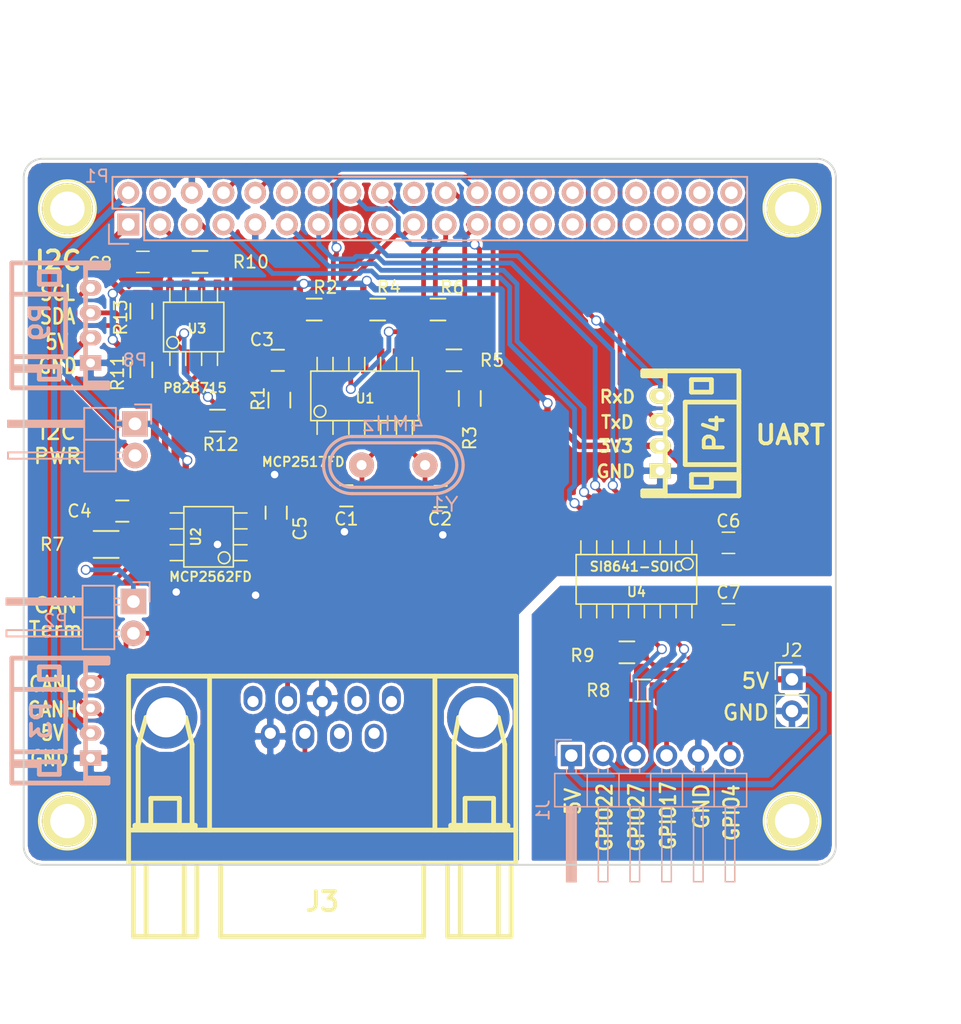
<source format=kicad_pcb>
(kicad_pcb (version 4) (host pcbnew 4.0.7-e2-6376~58~ubuntu16.04.1)
  (layers (0 F.Cu signal) (31 B.Cu signal) (34 B.Paste user) (35 F.Paste user) (36 B.SilkS user) (37 F.SilkS user) (38 B.Mask user) (39 F.Mask user) (44 Edge.Cuts user))
  (net 0 "")
  (net 1 "Net-(C1-Pad1)")
  (net 2 GND)
  (net 3 "Net-(C2-Pad1)")
  (net 4 +3V3)
  (net 5 +5V)
  (net 6 "Net-(P1-Pad4)")
  (net 7 "Net-(P1-Pad12)")
  (net 8 "Net-(P1-Pad14)")
  (net 9 "Net-(P1-Pad17)")
  (net 10 "Net-(P1-Pad20)")
  (net 11 "Net-(P1-Pad25)")
  (net 12 "Net-(P1-Pad26)")
  (net 13 "Net-(P1-Pad27)")
  (net 14 "Net-(P1-Pad28)")
  (net 15 "Net-(P1-Pad29)")
  (net 16 "Net-(P1-Pad30)")
  (net 17 "Net-(P1-Pad31)")
  (net 18 "Net-(P1-Pad32)")
  (net 19 "Net-(P1-Pad33)")
  (net 20 "Net-(P1-Pad34)")
  (net 21 "Net-(P1-Pad35)")
  (net 22 "Net-(P1-Pad36)")
  (net 23 "Net-(P1-Pad37)")
  (net 24 "Net-(P1-Pad38)")
  (net 25 "Net-(P1-Pad39)")
  (net 26 "Net-(P1-Pad40)")
  (net 27 "Net-(P2-Pad1)")
  (net 28 "Net-(U1-Pad1)")
  (net 29 "Net-(U1-Pad2)")
  (net 30 "Net-(U1-Pad3)")
  (net 31 /SDA)
  (net 32 /SCL)
  (net 33 /GPIO4)
  (net 34 /TxD)
  (net 35 /RxD)
  (net 36 /GPIO17)
  (net 37 /GPIO22)
  (net 38 /MOSI)
  (net 39 /MISO)
  (net 40 /SCK)
  (net 41 /CS0)
  (net 42 "Net-(P8-Pad2)")
  (net 43 "Net-(P9-Pad3)")
  (net 44 "Net-(P9-Pad4)")
  (net 45 /GPIO27)
  (net 46 /INT0)
  (net 47 /INT1)
  (net 48 /INT)
  (net 49 VDDA)
  (net 50 GNDA)
  (net 51 "Net-(J1-Pad2)")
  (net 52 "Net-(J1-Pad3)")
  (net 53 "Net-(J1-Pad4)")
  (net 54 "Net-(J1-Pad6)")
  (net 55 /INT0_)
  (net 56 /INT1_)
  (net 57 "Net-(R8-Pad1)")
  (net 58 "Net-(R9-Pad1)")
  (net 59 "Net-(U4-Pad7)")
  (net 60 "Net-(U4-Pad10)")
  (net 61 "Net-(J3-Pad1)")
  (net 62 /CANL)
  (net 63 "Net-(J3-Pad4)")
  (net 64 "Net-(J3-Pad5)")
  (net 65 /CANH)
  (net 66 "Net-(J3-Pad8)")
  (net 67 "Net-(J3-Pad9)")
  (module w_crystal:crystal_hc-49s (layer B.Cu) (at 157.5816 96.012)
    (fp_text reference Y1 (at 4.064 3.1496) (layer B.SilkS) (effects (font (size 1.143 1.27) (thickness 0.1524)) (justify mirror)))
    (fp_text value 4MHz (at 0 -3.302) (layer B.SilkS) (effects (font (size 1.143 1.27) (thickness 0.1524)) (justify mirror)))
    (pad 1 thru_hole circle (at -2.54 0) (size 1.99898 1.99898) (drill 0.8001) (layers *.Cu *.Mask B.SilkS) (net 1 "Net-(C1-Pad1)"))
    (pad 2 thru_hole circle (at 2.54 0) (size 1.99898 1.99898) (drill 0.8001) (layers *.Cu *.Mask B.SilkS) (net 3 "Net-(C2-Pad1)"))
  )
  (module w_conn_jst-ph:s4b-ph-kl (layer B.Cu) (at 133.35 84.836 90)
    (fp_text reference P9 (at 0.254 -4.064 90) (layer B.SilkS) (effects (font (thickness 0.3048)) (justify mirror)))
    (fp_text value CONN_01X04 hide)
    (pad 1 thru_hole rect (at -2.99974 0 90) (size 1.19888 1.69926) (drill 0.70104) (layers *.Cu *.Mask B.SilkS) (net 2 GND))
    (pad 2 thru_hole oval (at -1.00076 0 90) (size 1.19888 1.69926) (drill 0.70104) (layers *.Cu *.Mask B.SilkS) (net 42 "Net-(P8-Pad2)"))
    (pad 3 thru_hole oval (at 1.00076 0 90) (size 1.19888 1.69926) (drill 0.70104) (layers *.Cu *.Mask B.SilkS) (net 43 "Net-(P9-Pad3)"))
    (pad 4 thru_hole oval (at 2.99974 0 90) (size 1.19888 1.69926) (drill 0.70104) (layers *.Cu *.Mask B.SilkS) (net 44 "Net-(P9-Pad4)"))
  )
  (module Socket_Strips:Socket_Strip_Straight_2x20 (layer B.Cu) (at 136.3726 76.7588)
    (fp_text reference P1 (at -2.5146 -3.8608) (layer B.SilkS) (effects (justify mirror)))
    (fp_text value CONN_02X20 hide)
    (pad 1 thru_hole rect (at 0 0) (size 1.7272 1.7272) (drill 1.016) (layers *.Cu *.Mask B.SilkS) (net 4 +3V3))
    (pad 2 thru_hole oval (at 0 -2.54) (size 1.7272 1.7272) (drill 1.016) (layers *.Cu *.Mask B.SilkS) (net 5 +5V))
    (pad 3 thru_hole oval (at 2.54 0) (size 1.7272 1.7272) (drill 1.016) (layers *.Cu *.Mask B.SilkS) (net 31 /SDA))
    (pad 4 thru_hole oval (at 2.54 -2.54) (size 1.7272 1.7272) (drill 1.016) (layers *.Cu *.Mask B.SilkS) (net 6 "Net-(P1-Pad4)"))
    (pad 5 thru_hole oval (at 5.08 0) (size 1.7272 1.7272) (drill 1.016) (layers *.Cu *.Mask B.SilkS) (net 32 /SCL))
    (pad 6 thru_hole oval (at 5.08 -2.54) (size 1.7272 1.7272) (drill 1.016) (layers *.Cu *.Mask B.SilkS) (net 2 GND))
    (pad 7 thru_hole oval (at 7.62 0) (size 1.7272 1.7272) (drill 1.016) (layers *.Cu *.Mask B.SilkS) (net 33 /GPIO4))
    (pad 8 thru_hole oval (at 7.62 -2.54) (size 1.7272 1.7272) (drill 1.016) (layers *.Cu *.Mask B.SilkS) (net 34 /TxD))
    (pad 9 thru_hole oval (at 10.16 0) (size 1.7272 1.7272) (drill 1.016) (layers *.Cu *.Mask B.SilkS) (net 2 GND))
    (pad 10 thru_hole oval (at 10.16 -2.54) (size 1.7272 1.7272) (drill 1.016) (layers *.Cu *.Mask B.SilkS) (net 35 /RxD))
    (pad 11 thru_hole oval (at 12.7 0) (size 1.7272 1.7272) (drill 1.016) (layers *.Cu *.Mask B.SilkS) (net 36 /GPIO17))
    (pad 12 thru_hole oval (at 12.7 -2.54) (size 1.7272 1.7272) (drill 1.016) (layers *.Cu *.Mask B.SilkS) (net 7 "Net-(P1-Pad12)"))
    (pad 13 thru_hole oval (at 15.24 0) (size 1.7272 1.7272) (drill 1.016) (layers *.Cu *.Mask B.SilkS) (net 45 /GPIO27))
    (pad 14 thru_hole oval (at 15.24 -2.54) (size 1.7272 1.7272) (drill 1.016) (layers *.Cu *.Mask B.SilkS) (net 8 "Net-(P1-Pad14)"))
    (pad 15 thru_hole oval (at 17.78 0) (size 1.7272 1.7272) (drill 1.016) (layers *.Cu *.Mask B.SilkS) (net 37 /GPIO22))
    (pad 16 thru_hole oval (at 17.78 -2.54) (size 1.7272 1.7272) (drill 1.016) (layers *.Cu *.Mask B.SilkS) (net 55 /INT0_))
    (pad 17 thru_hole oval (at 20.32 0) (size 1.7272 1.7272) (drill 1.016) (layers *.Cu *.Mask B.SilkS) (net 9 "Net-(P1-Pad17)"))
    (pad 18 thru_hole oval (at 20.32 -2.54) (size 1.7272 1.7272) (drill 1.016) (layers *.Cu *.Mask B.SilkS) (net 56 /INT1_))
    (pad 19 thru_hole oval (at 22.86 0) (size 1.7272 1.7272) (drill 1.016) (layers *.Cu *.Mask B.SilkS) (net 38 /MOSI))
    (pad 20 thru_hole oval (at 22.86 -2.54) (size 1.7272 1.7272) (drill 1.016) (layers *.Cu *.Mask B.SilkS) (net 10 "Net-(P1-Pad20)"))
    (pad 21 thru_hole oval (at 25.4 0) (size 1.7272 1.7272) (drill 1.016) (layers *.Cu *.Mask B.SilkS) (net 39 /MISO))
    (pad 22 thru_hole oval (at 25.4 -2.54) (size 1.7272 1.7272) (drill 1.016) (layers *.Cu *.Mask B.SilkS) (net 48 /INT))
    (pad 23 thru_hole oval (at 27.94 0) (size 1.7272 1.7272) (drill 1.016) (layers *.Cu *.Mask B.SilkS) (net 40 /SCK))
    (pad 24 thru_hole oval (at 27.94 -2.54) (size 1.7272 1.7272) (drill 1.016) (layers *.Cu *.Mask B.SilkS) (net 41 /CS0))
    (pad 25 thru_hole oval (at 30.48 0) (size 1.7272 1.7272) (drill 1.016) (layers *.Cu *.Mask B.SilkS) (net 11 "Net-(P1-Pad25)"))
    (pad 26 thru_hole oval (at 30.48 -2.54) (size 1.7272 1.7272) (drill 1.016) (layers *.Cu *.Mask B.SilkS) (net 12 "Net-(P1-Pad26)"))
    (pad 27 thru_hole oval (at 33.02 0) (size 1.7272 1.7272) (drill 1.016) (layers *.Cu *.Mask B.SilkS) (net 13 "Net-(P1-Pad27)"))
    (pad 28 thru_hole oval (at 33.02 -2.54) (size 1.7272 1.7272) (drill 1.016) (layers *.Cu *.Mask B.SilkS) (net 14 "Net-(P1-Pad28)"))
    (pad 29 thru_hole oval (at 35.56 0) (size 1.7272 1.7272) (drill 1.016) (layers *.Cu *.Mask B.SilkS) (net 15 "Net-(P1-Pad29)"))
    (pad 30 thru_hole oval (at 35.56 -2.54) (size 1.7272 1.7272) (drill 1.016) (layers *.Cu *.Mask B.SilkS) (net 16 "Net-(P1-Pad30)"))
    (pad 31 thru_hole oval (at 38.1 0) (size 1.7272 1.7272) (drill 1.016) (layers *.Cu *.Mask B.SilkS) (net 17 "Net-(P1-Pad31)"))
    (pad 32 thru_hole oval (at 38.1 -2.54) (size 1.7272 1.7272) (drill 1.016) (layers *.Cu *.Mask B.SilkS) (net 18 "Net-(P1-Pad32)"))
    (pad 33 thru_hole oval (at 40.64 0) (size 1.7272 1.7272) (drill 1.016) (layers *.Cu *.Mask B.SilkS) (net 19 "Net-(P1-Pad33)"))
    (pad 34 thru_hole oval (at 40.64 -2.54) (size 1.7272 1.7272) (drill 1.016) (layers *.Cu *.Mask B.SilkS) (net 20 "Net-(P1-Pad34)"))
    (pad 35 thru_hole oval (at 43.18 0) (size 1.7272 1.7272) (drill 1.016) (layers *.Cu *.Mask B.SilkS) (net 21 "Net-(P1-Pad35)"))
    (pad 36 thru_hole oval (at 43.18 -2.54) (size 1.7272 1.7272) (drill 1.016) (layers *.Cu *.Mask B.SilkS) (net 22 "Net-(P1-Pad36)"))
    (pad 37 thru_hole oval (at 45.72 0) (size 1.7272 1.7272) (drill 1.016) (layers *.Cu *.Mask B.SilkS) (net 23 "Net-(P1-Pad37)"))
    (pad 38 thru_hole oval (at 45.72 -2.54) (size 1.7272 1.7272) (drill 1.016) (layers *.Cu *.Mask B.SilkS) (net 24 "Net-(P1-Pad38)"))
    (pad 39 thru_hole oval (at 48.26 0) (size 1.7272 1.7272) (drill 1.016) (layers *.Cu *.Mask B.SilkS) (net 25 "Net-(P1-Pad39)"))
    (pad 40 thru_hole oval (at 48.26 -2.54) (size 1.7272 1.7272) (drill 1.016) (layers *.Cu *.Mask B.SilkS) (net 26 "Net-(P1-Pad40)"))
  )
  (module w_to:1pin (layer F.Cu) (at 189.484 75.438)
    (fp_text reference REF** hide)
    (fp_text value 1Pin hide)
    (pad 1 thru_hole circle (at 0.016 0.062) (size 4.064 4.064) (drill 2.75) (layers *.Cu *.Mask F.SilkS))
  )
  (module w_to:1pin (layer F.Cu) (at 131.5 75.5)
    (fp_text reference REF** hide)
    (fp_text value 1Pin hide)
    (pad 1 thru_hole circle (at 0 0) (size 4.064 4.064) (drill 2.75) (layers *.Cu *.Mask F.SilkS))
  )
  (module w_to:1pin (layer F.Cu) (at 189.5 124.5)
    (fp_text reference REF** hide)
    (fp_text value 1Pin hide)
    (pad 1 thru_hole circle (at 0 0) (size 4.064 4.064) (drill 2.75) (layers *.Cu *.Mask F.SilkS))
  )
  (module w_to:1pin (layer F.Cu) (at 131.5 124.5)
    (fp_text reference REF** hide)
    (fp_text value 1Pin hide)
    (pad 1 thru_hole circle (at 0 0) (size 4.064 4.064) (drill 2.75) (layers *.Cu *.Mask F.SilkS))
  )
  (module w_logo:Logo_copper_CC-BY-NC-SA_10x3.6mm (layer F.Cu) (at 157.226 104.902)
    (fp_text reference G*** hide)
    (fp_text value LOGO hide)
    (fp_poly (pts (xy 4.99872 1.75006) (xy 4.90982 1.75006) (xy 4.90982 0.6985) (xy 4.90982 -0.44958) (xy 4.90982 -1.6002) (xy 4.87934 -1.63068) (xy 4.8514 -1.65862) (xy 0 -1.65862) (xy -4.8514 -1.65862) (xy -4.87934 -1.63068) (xy -4.90982 -1.6002) (xy -4.90982 -0.44958) (xy -4.90982 0.6985) (xy -4.73202 0.6985) (xy -4.55422 0.6985) (xy -4.48818 0.8001) (xy -4.39166 0.93218) (xy -4.2799 1.05156) (xy -4.15544 1.15824) (xy -4.01828 1.25222) (xy -3.8735 1.33096) (xy -3.71856 1.39192) (xy -3.556 1.43764) (xy -3.42646 1.45796) (xy -3.36042 1.46304) (xy -3.27914 1.46558) (xy -3.19278 1.46304) (xy -3.10642 1.45542) (xy -3.02768 1.4478) (xy -2.98196 1.44018) (xy -2.81178 1.39446) (xy -2.6543 1.33604) (xy -2.50444 1.2573) (xy -2.36728 1.16332) (xy -2.23774 1.04902) (xy -2.1844 0.99568) (xy -2.14122 0.94742) (xy -2.0955 0.89154) (xy -2.05486 0.8382) (xy -2.02946 0.8001) (xy -1.96342 0.70104) (xy 1.47066 0.6985) (xy 4.90982 0.6985) (xy 4.90982 1.75006) (xy 4.89966 1.75006) (xy 4.89966 1.66878) (xy 4.89966 1.22936) (xy 4.89966 0.78994) (xy 1.4986 0.78994) (xy -1.89738 0.78994) (xy -1.96088 0.88138) (xy -2.03708 0.98806) (xy -2.11074 1.08204) (xy -2.18948 1.16078) (xy -2.27076 1.22682) (xy -2.3622 1.29032) (xy -2.43078 1.33096) (xy -2.54 1.38684) (xy -2.63652 1.43256) (xy -2.72796 1.46812) (xy -2.82194 1.4986) (xy -2.91846 1.524) (xy -2.92354 1.524) (xy -3.06832 1.5494) (xy -3.2004 1.5621) (xy -3.32994 1.5621) (xy -3.46202 1.5494) (xy -3.59664 1.524) (xy -3.74904 1.47828) (xy -3.90144 1.41224) (xy -4.05892 1.32842) (xy -4.2164 1.22428) (xy -4.26974 1.18618) (xy -4.31038 1.15316) (xy -4.3561 1.10744) (xy -4.4069 1.05664) (xy -4.46024 1.00076) (xy -4.5085 0.94488) (xy -4.55168 0.89408) (xy -4.5847 0.84836) (xy -4.59994 0.82042) (xy -4.61772 0.78994) (xy -4.76758 0.78994) (xy -4.91998 0.78994) (xy -4.91998 1.22936) (xy -4.91998 1.66878) (xy -0.00762 1.66878) (xy 4.89966 1.66878) (xy 4.89966 1.75006) (xy 0.00508 1.75006) (xy -4.98602 1.75006) (xy -4.99364 1.60528) (xy -4.99364 1.57734) (xy -4.99618 1.53162) (xy -4.99618 1.46812) (xy -4.99618 1.38938) (xy -4.99618 1.29794) (xy -4.99872 1.19634) (xy -4.99872 1.0795) (xy -4.99872 0.95504) (xy -4.99872 0.82296) (xy -4.99872 0.68072) (xy -4.99872 0.5334) (xy -4.99872 0.381) (xy -4.99872 0.22606) (xy -4.99872 0.06858) (xy -4.99618 -0.08636) (xy -4.99618 -0.24638) (xy -4.99618 -0.40386) (xy -4.99618 -0.55626) (xy -4.99618 -0.70866) (xy -4.99364 -0.85344) (xy -4.99364 -0.9906) (xy -4.99364 -1.12014) (xy -4.99364 -1.24206) (xy -4.9911 -1.35382) (xy -4.9911 -1.45288) (xy -4.9911 -1.53924) (xy -4.98856 -1.6129) (xy -4.98856 -1.66878) (xy -4.98856 -1.70942) (xy -4.98602 -1.73228) (xy -4.98602 -1.73482) (xy -4.97586 -1.73736) (xy -4.94538 -1.73736) (xy -4.89712 -1.73736) (xy -4.83108 -1.73736) (xy -4.7498 -1.73736) (xy -4.6482 -1.73736) (xy -4.5339 -1.7399) (xy -4.40436 -1.7399) (xy -4.25958 -1.7399) (xy -4.1021 -1.7399) (xy -3.93192 -1.7399) (xy -3.75158 -1.7399) (xy -3.55854 -1.74244) (xy -3.35534 -1.74244) (xy -3.14198 -1.74244) (xy -2.91846 -1.74244) (xy -2.68732 -1.74244) (xy -2.4511 -1.74244) (xy -2.20472 -1.74244) (xy -1.95326 -1.74244) (xy -1.69672 -1.74498) (xy -1.43764 -1.74498) (xy -1.17094 -1.74498) (xy -0.90424 -1.74498) (xy -0.63246 -1.74498) (xy -0.36068 -1.74498) (xy -0.0889 -1.74498) (xy 0.18288 -1.74498) (xy 0.45466 -1.74498) (xy 0.72644 -1.74498) (xy 0.99568 -1.74498) (xy 1.26238 -1.74498) (xy 1.524 -1.74498) (xy 1.78308 -1.74498) (xy 2.03708 -1.74498) (xy 2.286 -1.74498) (xy 2.5273 -1.74498) (xy 2.76352 -1.74498) (xy 2.98958 -1.74498) (xy 3.20802 -1.74498) (xy 3.4163 -1.74498) (xy 3.61442 -1.74498) (xy 3.80492 -1.74498) (xy 3.98018 -1.74498) (xy 4.14528 -1.74498) (xy 4.29514 -1.74498) (xy 4.4323 -1.74498) (xy 4.55676 -1.74498) (xy 4.66344 -1.74498) (xy 4.75488 -1.74244) (xy 4.83108 -1.74244) (xy 4.8895 -1.74244) (xy 4.9276 -1.74244) (xy 4.95046 -1.74244) (xy 4.953 -1.74244) (xy 4.99872 -1.73736) (xy 4.99872 0.00508) (xy 4.99872 1.75006) (xy 4.99872 1.75006)) (layer F.Cu) (width 0.00254))
    (fp_poly (pts (xy 1.98882 1.31826) (xy 1.98374 1.3462) (xy 1.95834 1.41732) (xy 1.92024 1.47066) (xy 1.86944 1.5113) (xy 1.80848 1.53416) (xy 1.73736 1.54178) (xy 1.69418 1.5367) (xy 1.64084 1.52654) (xy 1.6002 1.50622) (xy 1.55956 1.4732) (xy 1.54178 1.45542) (xy 1.50368 1.39954) (xy 1.47828 1.3335) (xy 1.47066 1.26492) (xy 1.47574 1.1938) (xy 1.49352 1.12522) (xy 1.52908 1.06426) (xy 1.5494 1.03886) (xy 1.60274 0.99822) (xy 1.6637 0.97282) (xy 1.7272 0.96266) (xy 1.7907 0.96774) (xy 1.84912 0.98552) (xy 1.90246 1.01854) (xy 1.94564 1.06426) (xy 1.95834 1.08966) (xy 1.97104 1.1176) (xy 1.97866 1.143) (xy 1.97866 1.14808) (xy 1.97612 1.16078) (xy 1.96596 1.16586) (xy 1.9431 1.1684) (xy 1.92532 1.1684) (xy 1.8923 1.1684) (xy 1.87452 1.16332) (xy 1.86182 1.15316) (xy 1.8542 1.13792) (xy 1.82372 1.09982) (xy 1.78562 1.0795) (xy 1.74244 1.06934) (xy 1.69926 1.07696) (xy 1.65862 1.09728) (xy 1.6256 1.13284) (xy 1.61544 1.15316) (xy 1.60274 1.1938) (xy 1.59766 1.24714) (xy 1.6002 1.30048) (xy 1.61036 1.3462) (xy 1.61544 1.35636) (xy 1.64592 1.39954) (xy 1.68656 1.42494) (xy 1.73228 1.43764) (xy 1.778 1.43256) (xy 1.79832 1.4224) (xy 1.82626 1.40208) (xy 1.84658 1.3716) (xy 1.85928 1.34112) (xy 1.85928 1.3335) (xy 1.86182 1.32588) (xy 1.87706 1.3208) (xy 1.905 1.31826) (xy 1.92278 1.31826) (xy 1.98882 1.31826) (xy 1.98882 1.31826)) (layer F.Cu) (width 0.00254))
    (fp_poly (pts (xy 3.53822 1.38938) (xy 3.52806 1.42748) (xy 3.5052 1.46304) (xy 3.49758 1.4732) (xy 3.45948 1.50622) (xy 3.40614 1.52908) (xy 3.34518 1.54178) (xy 3.28168 1.54178) (xy 3.27406 1.54178) (xy 3.20294 1.52654) (xy 3.14706 1.49606) (xy 3.10642 1.45542) (xy 3.08102 1.40208) (xy 3.07848 1.397) (xy 3.0734 1.36652) (xy 3.07848 1.34874) (xy 3.09626 1.34112) (xy 3.12928 1.34112) (xy 3.13944 1.34112) (xy 3.16992 1.34366) (xy 3.1877 1.34874) (xy 3.19786 1.36144) (xy 3.20294 1.37922) (xy 3.22326 1.41224) (xy 3.25628 1.43764) (xy 3.29946 1.4478) (xy 3.34772 1.44272) (xy 3.37566 1.4351) (xy 3.40614 1.41732) (xy 3.41884 1.39446) (xy 3.4163 1.36652) (xy 3.40868 1.35128) (xy 3.39344 1.33858) (xy 3.36804 1.32588) (xy 3.32994 1.31064) (xy 3.2766 1.29286) (xy 3.24866 1.28524) (xy 3.2004 1.27) (xy 3.16738 1.25476) (xy 3.14452 1.23952) (xy 3.13182 1.22428) (xy 3.10134 1.17856) (xy 3.09118 1.13538) (xy 3.09626 1.08966) (xy 3.11658 1.04902) (xy 3.1496 1.01346) (xy 3.19278 0.98552) (xy 3.24358 0.96774) (xy 3.302 0.96266) (xy 3.35788 0.96774) (xy 3.42138 0.98806) (xy 3.46964 1.016) (xy 3.50012 1.05664) (xy 3.51536 1.10744) (xy 3.51536 1.10744) (xy 3.52044 1.14808) (xy 3.46456 1.14808) (xy 3.43154 1.14808) (xy 3.41376 1.143) (xy 3.4036 1.13538) (xy 3.39598 1.1176) (xy 3.3782 1.08712) (xy 3.34518 1.06934) (xy 3.30708 1.05918) (xy 3.26898 1.06426) (xy 3.23596 1.0795) (xy 3.23342 1.08458) (xy 3.21564 1.1049) (xy 3.21056 1.12268) (xy 3.22072 1.14046) (xy 3.2258 1.14808) (xy 3.24866 1.16078) (xy 3.2893 1.17856) (xy 3.34772 1.19634) (xy 3.3528 1.19634) (xy 3.41884 1.2192) (xy 3.46964 1.23952) (xy 3.50266 1.26492) (xy 3.52552 1.2954) (xy 3.53568 1.3335) (xy 3.53568 1.34112) (xy 3.53822 1.38938) (xy 3.53822 1.38938)) (layer F.Cu) (width 0.00254))
    (fp_poly (pts (xy -0.762 1.38938) (xy -0.77724 1.44018) (xy -0.81026 1.48336) (xy -0.85344 1.50876) (xy -0.87122 1.51638) (xy -0.889 1.52146) (xy -0.889 1.3589) (xy -0.89154 1.32842) (xy -0.90424 1.3081) (xy -0.90932 1.30556) (xy -0.90932 1.1303) (xy -0.91948 1.10236) (xy -0.92456 1.09474) (xy -0.9398 1.08458) (xy -0.96774 1.0795) (xy -1.00838 1.0795) (xy -1.01854 1.0795) (xy -1.09728 1.0795) (xy -1.09982 1.10998) (xy -1.10236 1.143) (xy -1.09982 1.17094) (xy -1.09728 1.18618) (xy -1.0922 1.1938) (xy -1.07696 1.19888) (xy -1.04902 1.19888) (xy -1.02616 1.19888) (xy -0.97536 1.19634) (xy -0.9398 1.18872) (xy -0.93218 1.18364) (xy -0.9144 1.16078) (xy -0.90932 1.1303) (xy -0.90932 1.30556) (xy -0.92964 1.2954) (xy -0.96774 1.29032) (xy -1.016 1.28778) (xy -1.09982 1.28778) (xy -1.09982 1.3589) (xy -1.09982 1.43002) (xy -1.01092 1.43002) (xy -0.9652 1.42748) (xy -0.93472 1.42494) (xy -0.9144 1.41732) (xy -0.90678 1.41224) (xy -0.89154 1.38684) (xy -0.889 1.3589) (xy -0.889 1.52146) (xy -0.89408 1.52146) (xy -0.92202 1.52654) (xy -0.96012 1.52654) (xy -1.01346 1.52908) (xy -1.06172 1.52908) (xy -1.22936 1.52908) (xy -1.22936 1.25476) (xy -1.22936 0.9779) (xy -1.06426 0.9779) (xy -0.9906 0.98044) (xy -0.93726 0.98044) (xy -0.89408 0.98552) (xy -0.8636 0.99314) (xy -0.84074 1.0033) (xy -0.82296 1.01854) (xy -0.81534 1.02616) (xy -0.8001 1.0541) (xy -0.79248 1.0922) (xy -0.78994 1.13284) (xy -0.79248 1.15316) (xy -0.80518 1.17856) (xy -0.8255 1.20396) (xy -0.82804 1.2065) (xy -0.84328 1.22428) (xy -0.84582 1.23444) (xy -0.8382 1.23698) (xy -0.8128 1.25476) (xy -0.78486 1.2827) (xy -0.76708 1.31826) (xy -0.76454 1.3335) (xy -0.762 1.38938) (xy -0.762 1.38938)) (layer F.Cu) (width 0.00254))
    (fp_poly (pts (xy -0.21082 0.9779) (xy -0.31496 1.15316) (xy -0.4191 1.32842) (xy -0.4191 1.42748) (xy -0.4191 1.52908) (xy -0.47752 1.52908) (xy -0.53848 1.52908) (xy -0.53848 1.4224) (xy -0.53848 1.31572) (xy -0.635 1.1557) (xy -0.66548 1.1049) (xy -0.69342 1.05918) (xy -0.71374 1.02108) (xy -0.72898 0.99822) (xy -0.7366 0.98552) (xy -0.72898 0.98298) (xy -0.70612 0.98044) (xy -0.6731 0.9779) (xy -0.67056 0.9779) (xy -0.59944 0.9779) (xy -0.53848 1.08458) (xy -0.51054 1.13284) (xy -0.49022 1.16332) (xy -0.47498 1.17856) (xy -0.46736 1.17856) (xy -0.45974 1.16332) (xy -0.4445 1.13792) (xy -0.42164 1.09982) (xy -0.4064 1.07442) (xy -0.35306 0.98298) (xy -0.28194 0.98044) (xy -0.21082 0.9779) (xy -0.21082 0.9779)) (layer F.Cu) (width 0.00254))
    (fp_poly (pts (xy 1.38938 1.52908) (xy 1.32588 1.52908) (xy 1.26492 1.52908) (xy 1.15316 1.35128) (xy 1.04394 1.17602) (xy 1.0414 1.35382) (xy 1.03886 1.52908) (xy 0.9779 1.52908) (xy 0.91948 1.52908) (xy 0.91948 1.25476) (xy 0.91948 0.9779) (xy 0.98298 0.9779) (xy 1.04648 0.9779) (xy 1.15316 1.15316) (xy 1.18618 1.2065) (xy 1.21666 1.25222) (xy 1.23952 1.28778) (xy 1.2573 1.31318) (xy 1.26492 1.32334) (xy 1.26746 1.32334) (xy 1.26746 1.31318) (xy 1.27 1.28524) (xy 1.27 1.2446) (xy 1.27 1.1938) (xy 1.27 1.15062) (xy 1.26746 0.9779) (xy 1.32842 0.9779) (xy 1.38938 0.9779) (xy 1.38938 1.25476) (xy 1.38938 1.52908) (xy 1.38938 1.52908)) (layer F.Cu) (width 0.00254))
    (fp_poly (pts (xy 4.0894 1.52146) (xy 4.07924 1.52654) (xy 4.05638 1.52908) (xy 4.0259 1.52908) (xy 3.9624 1.52908) (xy 3.94462 1.46812) (xy 3.92684 1.4097) (xy 3.88874 1.4097) (xy 3.88874 1.3081) (xy 3.85826 1.2192) (xy 3.84302 1.1811) (xy 3.83286 1.15062) (xy 3.8227 1.13792) (xy 3.82016 1.13538) (xy 3.81254 1.14808) (xy 3.80238 1.17348) (xy 3.78968 1.2065) (xy 3.77698 1.24206) (xy 3.76682 1.27254) (xy 3.76174 1.2954) (xy 3.7592 1.30302) (xy 3.76936 1.30556) (xy 3.79222 1.3081) (xy 3.8227 1.3081) (xy 3.88874 1.3081) (xy 3.88874 1.4097) (xy 3.8227 1.4097) (xy 3.7211 1.4097) (xy 3.69824 1.46812) (xy 3.67538 1.52908) (xy 3.61442 1.52908) (xy 3.55092 1.52908) (xy 3.65506 1.2573) (xy 3.75666 0.98298) (xy 3.82524 0.98298) (xy 3.89128 0.98298) (xy 3.99034 1.24968) (xy 4.01574 1.31826) (xy 4.0386 1.37922) (xy 4.05892 1.4351) (xy 4.07416 1.47828) (xy 4.08432 1.50622) (xy 4.0894 1.52146) (xy 4.0894 1.52146) (xy 4.0894 1.52146)) (layer F.Cu) (width 0.00254))
    (fp_poly (pts (xy -1.96088 -0.13716) (xy -1.96088 -0.06604) (xy -1.96596 0.02794) (xy -1.97358 0.11176) (xy -1.98628 0.18796) (xy -2.00406 0.25908) (xy -2.02946 0.33274) (xy -2.04724 0.38354) (xy -2.11074 0.51308) (xy -2.18948 0.635) (xy -2.19202 0.63754) (xy -2.19202 -0.13716) (xy -2.20218 -0.27686) (xy -2.23012 -0.41148) (xy -2.27584 -0.54102) (xy -2.33934 -0.66548) (xy -2.41808 -0.77978) (xy -2.51206 -0.88392) (xy -2.62128 -0.9779) (xy -2.7432 -1.05918) (xy -2.75082 -1.06172) (xy -2.8702 -1.1176) (xy -2.9972 -1.15824) (xy -3.13182 -1.1811) (xy -3.26898 -1.18618) (xy -3.40614 -1.17602) (xy -3.53822 -1.15062) (xy -3.66522 -1.10744) (xy -3.7465 -1.06934) (xy -3.8608 -0.99822) (xy -3.96748 -0.90932) (xy -4.06146 -0.81026) (xy -4.14528 -0.70104) (xy -4.21386 -0.5842) (xy -4.2672 -0.46228) (xy -4.28752 -0.3937) (xy -4.318 -0.24892) (xy -4.32562 -0.10668) (xy -4.31546 0.03048) (xy -4.28498 0.16764) (xy -4.23672 0.29718) (xy -4.16814 0.42164) (xy -4.08432 0.54102) (xy -3.98526 0.6477) (xy -3.86842 0.74422) (xy -3.74904 0.82042) (xy -3.62204 0.87884) (xy -3.48996 0.91948) (xy -3.3528 0.9398) (xy -3.20548 0.9398) (xy -3.0734 0.9271) (xy -2.95148 0.89916) (xy -2.8321 0.85344) (xy -2.71526 0.79248) (xy -2.60604 0.71628) (xy -2.50444 0.62992) (xy -2.41554 0.5334) (xy -2.34188 0.42926) (xy -2.28346 0.32004) (xy -2.26822 0.28702) (xy -2.2225 0.14478) (xy -2.1971 0.00254) (xy -2.19202 -0.13716) (xy -2.19202 0.63754) (xy -2.28346 0.7493) (xy -2.3876 0.85344) (xy -2.50444 0.94488) (xy -2.63144 1.02362) (xy -2.76352 1.08712) (xy -2.89814 1.13538) (xy -3.03784 1.16586) (xy -3.10388 1.17348) (xy -3.16738 1.17856) (xy -3.21818 1.1811) (xy -3.26136 1.18364) (xy -3.29946 1.18364) (xy -3.3401 1.1811) (xy -3.37566 1.17856) (xy -3.52806 1.15824) (xy -3.67284 1.12014) (xy -3.81 1.06172) (xy -3.94208 0.98806) (xy -4.06908 0.89408) (xy -4.191 0.77978) (xy -4.19354 0.77724) (xy -4.30022 0.65532) (xy -4.38912 0.53086) (xy -4.4577 0.39878) (xy -4.5085 0.26162) (xy -4.54152 0.1143) (xy -4.55676 -0.0381) (xy -4.5593 -0.11938) (xy -4.55422 -0.26162) (xy -4.5339 -0.39624) (xy -4.50088 -0.5207) (xy -4.45516 -0.64516) (xy -4.41706 -0.72136) (xy -4.33578 -0.85598) (xy -4.23926 -0.98044) (xy -4.13004 -1.0922) (xy -4.01066 -1.18872) (xy -3.87858 -1.27254) (xy -3.74142 -1.33858) (xy -3.59664 -1.38684) (xy -3.5052 -1.40716) (xy -3.43916 -1.41478) (xy -3.35788 -1.41986) (xy -3.27152 -1.4224) (xy -3.18516 -1.41986) (xy -3.10134 -1.41732) (xy -3.03022 -1.4097) (xy -3.01498 -1.40462) (xy -2.86258 -1.36906) (xy -2.7178 -1.31318) (xy -2.58318 -1.24206) (xy -2.45618 -1.1557) (xy -2.33934 -1.0541) (xy -2.23774 -0.9398) (xy -2.1463 -0.81534) (xy -2.07264 -0.67818) (xy -2.01676 -0.53594) (xy -2.0066 -0.49784) (xy -1.98628 -0.42926) (xy -1.97358 -0.36322) (xy -1.96596 -0.29464) (xy -1.96088 -0.22098) (xy -1.96088 -0.13716) (xy -1.96088 -0.13716)) (layer F.Cu) (width 0.00254))
    (fp_poly (pts (xy 0.27686 -0.52324) (xy 0.27432 -0.4318) (xy 0.2667 -0.34544) (xy 0.254 -0.2667) (xy 0.24892 -0.24384) (xy 0.22606 -0.16764) (xy 0.1905 -0.08636) (xy 0.14986 -0.00762) (xy 0.10668 0.05842) (xy 0.09906 0.06858) (xy 0.09906 -0.49784) (xy 0.09398 -0.60706) (xy 0.0762 -0.70104) (xy 0.04826 -0.79502) (xy 0.0254 -0.84328) (xy -0.03048 -0.94234) (xy -0.10414 -1.03378) (xy -0.19304 -1.11506) (xy -0.28956 -1.18364) (xy -0.39624 -1.23698) (xy -0.45974 -1.25984) (xy -0.49276 -1.27) (xy -0.52324 -1.27762) (xy -0.5588 -1.28016) (xy -0.60198 -1.2827) (xy -0.65532 -1.2827) (xy -0.68326 -1.2827) (xy -0.74676 -1.2827) (xy -0.79248 -1.2827) (xy -0.83058 -1.27762) (xy -0.86106 -1.27254) (xy -0.89408 -1.26492) (xy -0.90932 -1.25984) (xy -1.02362 -1.21412) (xy -1.1303 -1.15062) (xy -1.22682 -1.07188) (xy -1.3081 -0.98044) (xy -1.37668 -0.87884) (xy -1.43002 -0.76454) (xy -1.45034 -0.70104) (xy -1.46304 -0.63754) (xy -1.47066 -0.56134) (xy -1.4732 -0.4826) (xy -1.47066 -0.40386) (xy -1.4605 -0.33528) (xy -1.45542 -0.30988) (xy -1.41224 -0.19304) (xy -1.35128 -0.08382) (xy -1.27762 0.01524) (xy -1.18618 0.1016) (xy -1.13284 0.14478) (xy -1.02616 0.20828) (xy -0.9144 0.254) (xy -0.79502 0.2794) (xy -0.6731 0.28702) (xy -0.5715 0.2794) (xy -0.48006 0.25908) (xy -0.38608 0.22606) (xy -0.29972 0.18542) (xy -0.27686 0.17272) (xy -0.24384 0.14986) (xy -0.2032 0.11938) (xy -0.16002 0.07874) (xy -0.11938 0.04064) (xy -0.11938 0.0381) (xy -0.07366 -0.00508) (xy -0.04064 -0.04318) (xy -0.01524 -0.07874) (xy 0.00508 -0.11684) (xy 0.01778 -0.1397) (xy 0.05588 -0.2286) (xy 0.08128 -0.31242) (xy 0.09398 -0.40386) (xy 0.09906 -0.49784) (xy 0.09906 0.06858) (xy 0.09652 0.0762) (xy 0.01016 0.17018) (xy -0.08382 0.25654) (xy -0.19304 0.3302) (xy -0.30734 0.39116) (xy -0.42418 0.4318) (xy -0.44958 0.43942) (xy -0.508 0.44958) (xy -0.57912 0.4572) (xy -0.65278 0.46228) (xy -0.72644 0.46482) (xy -0.79248 0.46228) (xy -0.83312 0.4572) (xy -0.9652 0.42672) (xy -1.08966 0.37846) (xy -1.20904 0.30988) (xy -1.3208 0.22606) (xy -1.36906 0.18034) (xy -1.4605 0.07366) (xy -1.5367 -0.0381) (xy -1.59512 -0.16002) (xy -1.6256 -0.25908) (xy -1.6383 -0.30226) (xy -1.64338 -0.3429) (xy -1.64846 -0.38608) (xy -1.651 -0.43434) (xy -1.651 -0.49276) (xy -1.64846 -0.58674) (xy -1.64338 -0.6604) (xy -1.63576 -0.70612) (xy -1.59766 -0.83566) (xy -1.54178 -0.95504) (xy -1.47066 -1.06934) (xy -1.3843 -1.17094) (xy -1.28778 -1.25984) (xy -1.17856 -1.33604) (xy -1.06172 -1.397) (xy -0.93726 -1.44018) (xy -0.91186 -1.44526) (xy -0.8509 -1.45542) (xy -0.77724 -1.46304) (xy -0.69596 -1.46558) (xy -0.61214 -1.46304) (xy -0.5334 -1.45796) (xy -0.46736 -1.4478) (xy -0.43434 -1.44018) (xy -0.3048 -1.39446) (xy -0.18288 -1.3335) (xy -0.07366 -1.25476) (xy 0.02032 -1.16332) (xy 0.10414 -1.05918) (xy 0.17526 -0.94488) (xy 0.2286 -0.82042) (xy 0.26416 -0.68834) (xy 0.26416 -0.68326) (xy 0.27432 -0.60706) (xy 0.27686 -0.52324) (xy 0.27686 -0.52324)) (layer F.Cu) (width 0.00254))
    (fp_poly (pts (xy 2.45364 -0.47498) (xy 2.44856 -0.39624) (xy 2.4384 -0.31242) (xy 2.42316 -0.23876) (xy 2.40284 -0.17018) (xy 2.37236 -0.09906) (xy 2.36728 -0.09144) (xy 2.3241 -0.00762) (xy 2.27838 0.06096) (xy 2.27838 -0.51054) (xy 2.26568 -0.63246) (xy 2.23774 -0.7493) (xy 2.18948 -0.85852) (xy 2.12852 -0.96266) (xy 2.04978 -1.0541) (xy 1.95834 -1.13538) (xy 1.85166 -1.20396) (xy 1.83134 -1.21412) (xy 1.74498 -1.24968) (xy 1.65608 -1.27508) (xy 1.5621 -1.28524) (xy 1.45288 -1.28524) (xy 1.39446 -1.28524) (xy 1.34874 -1.28016) (xy 1.31318 -1.27508) (xy 1.27508 -1.26492) (xy 1.23698 -1.25222) (xy 1.18872 -1.23444) (xy 1.14046 -1.21158) (xy 1.09982 -1.19126) (xy 1.0922 -1.18618) (xy 1.06172 -1.1684) (xy 1.02616 -1.13792) (xy 0.98552 -1.10236) (xy 0.94234 -1.06426) (xy 0.90424 -1.02616) (xy 0.87122 -0.9906) (xy 0.84836 -0.96266) (xy 0.84074 -0.94996) (xy 0.83312 -0.93472) (xy 0.84074 -0.92456) (xy 0.86106 -0.9144) (xy 0.88138 -0.90424) (xy 0.91694 -0.89154) (xy 0.96012 -0.87122) (xy 1.01346 -0.84836) (xy 1.0414 -0.83566) (xy 1.18872 -0.76962) (xy 1.21412 -0.8128) (xy 1.24968 -0.85852) (xy 1.30048 -0.89662) (xy 1.3589 -0.92202) (xy 1.3843 -0.92964) (xy 1.43764 -0.94234) (xy 1.43764 -1.016) (xy 1.43764 -1.08966) (xy 1.49352 -1.08966) (xy 1.5494 -1.08966) (xy 1.5494 -1.016) (xy 1.5494 -0.94234) (xy 1.61036 -0.93218) (xy 1.64846 -0.92202) (xy 1.6891 -0.90678) (xy 1.7272 -0.89154) (xy 1.76022 -0.87376) (xy 1.78054 -0.86106) (xy 1.78562 -0.85344) (xy 1.78054 -0.84328) (xy 1.7653 -0.82042) (xy 1.74244 -0.79248) (xy 1.73228 -0.77978) (xy 1.67386 -0.71628) (xy 1.61544 -0.74422) (xy 1.56464 -0.762) (xy 1.51384 -0.77216) (xy 1.46812 -0.76962) (xy 1.43002 -0.75692) (xy 1.40462 -0.7366) (xy 1.39446 -0.70866) (xy 1.39446 -0.70612) (xy 1.39446 -0.6985) (xy 1.397 -0.69088) (xy 1.40462 -0.68326) (xy 1.41732 -0.67564) (xy 1.43764 -0.66294) (xy 1.46558 -0.65024) (xy 1.50368 -0.62992) (xy 1.55448 -0.60706) (xy 1.61544 -0.57912) (xy 1.69418 -0.54356) (xy 1.78816 -0.50038) (xy 1.81356 -0.49022) (xy 1.89992 -0.45212) (xy 1.9812 -0.41402) (xy 2.05486 -0.38354) (xy 2.11836 -0.35306) (xy 2.1717 -0.3302) (xy 2.21234 -0.31496) (xy 2.23774 -0.30226) (xy 2.24536 -0.29972) (xy 2.25298 -0.30988) (xy 2.2606 -0.33528) (xy 2.26822 -0.37592) (xy 2.26822 -0.38608) (xy 2.27838 -0.51054) (xy 2.27838 0.06096) (xy 2.2733 0.06604) (xy 2.21234 0.1397) (xy 2.16408 0.18796) (xy 2.16408 -0.10668) (xy 2.15392 -0.12192) (xy 2.12852 -0.13716) (xy 2.08788 -0.15748) (xy 2.032 -0.18288) (xy 2.00152 -0.19558) (xy 1.82372 -0.27432) (xy 1.79324 -0.21336) (xy 1.75514 -0.15494) (xy 1.7018 -0.11176) (xy 1.63576 -0.08128) (xy 1.6256 -0.07874) (xy 1.59004 -0.06858) (xy 1.56718 -0.05588) (xy 1.55702 -0.0381) (xy 1.55194 -0.01016) (xy 1.55194 0.0127) (xy 1.54686 0.07874) (xy 1.49352 0.07874) (xy 1.43764 0.07874) (xy 1.43764 0.01016) (xy 1.43764 -0.02286) (xy 1.43764 -0.04572) (xy 1.42748 -0.05842) (xy 1.4097 -0.0635) (xy 1.37668 -0.07112) (xy 1.35382 -0.07366) (xy 1.31826 -0.08382) (xy 1.27254 -0.1016) (xy 1.22428 -0.12446) (xy 1.18618 -0.14732) (xy 1.1684 -0.16002) (xy 1.14554 -0.18034) (xy 1.21158 -0.24638) (xy 1.24714 -0.2794) (xy 1.27 -0.29972) (xy 1.28524 -0.3048) (xy 1.29286 -0.3048) (xy 1.34366 -0.26924) (xy 1.38938 -0.24638) (xy 1.43002 -0.23368) (xy 1.47828 -0.2286) (xy 1.4859 -0.2286) (xy 1.54178 -0.23622) (xy 1.58242 -0.254) (xy 1.60782 -0.28448) (xy 1.60782 -0.28702) (xy 1.61544 -0.3175) (xy 1.61036 -0.34544) (xy 1.61036 -0.34798) (xy 1.60528 -0.3556) (xy 1.59766 -0.36322) (xy 1.58496 -0.37338) (xy 1.56464 -0.38354) (xy 1.5367 -0.39878) (xy 1.4986 -0.4191) (xy 1.4478 -0.44196) (xy 1.3843 -0.4699) (xy 1.3081 -0.50546) (xy 1.21412 -0.5461) (xy 1.17094 -0.56642) (xy 1.08458 -0.60452) (xy 1.0033 -0.64008) (xy 0.92964 -0.67056) (xy 0.86614 -0.6985) (xy 0.8128 -0.72136) (xy 0.77216 -0.7366) (xy 0.74676 -0.74676) (xy 0.7366 -0.7493) (xy 0.72898 -0.73406) (xy 0.71882 -0.70104) (xy 0.7112 -0.65786) (xy 0.70358 -0.60706) (xy 0.70104 -0.55626) (xy 0.6985 -0.50546) (xy 0.6985 -0.49276) (xy 0.70866 -0.37592) (xy 0.73406 -0.26162) (xy 0.77978 -0.15494) (xy 0.8382 -0.05588) (xy 0.90932 0.03048) (xy 0.99314 0.10922) (xy 1.08458 0.17526) (xy 1.18618 0.22606) (xy 1.2954 0.26416) (xy 1.4097 0.28448) (xy 1.52654 0.28702) (xy 1.6002 0.2794) (xy 1.72212 0.24892) (xy 1.83896 0.20066) (xy 1.94564 0.13716) (xy 2.04216 0.05588) (xy 2.10312 -0.00762) (xy 2.13106 -0.04318) (xy 2.15392 -0.07112) (xy 2.16408 -0.09144) (xy 2.16408 -0.10668) (xy 2.16408 0.18796) (xy 2.159 0.19304) (xy 2.04978 0.28448) (xy 1.93548 0.3556) (xy 1.81356 0.41148) (xy 1.69672 0.4445) (xy 1.6383 0.45466) (xy 1.56718 0.45974) (xy 1.49352 0.46482) (xy 1.4224 0.46482) (xy 1.36398 0.45974) (xy 1.35128 0.45974) (xy 1.22174 0.4318) (xy 1.09728 0.38608) (xy 0.98044 0.32258) (xy 0.87122 0.2413) (xy 0.78232 0.15494) (xy 0.69596 0.05334) (xy 0.62992 -0.04572) (xy 0.57912 -0.1524) (xy 0.5461 -0.2667) (xy 0.52578 -0.39116) (xy 0.52324 -0.46482) (xy 0.5207 -0.52832) (xy 0.5207 -0.57912) (xy 0.52324 -0.6223) (xy 0.53086 -0.66548) (xy 0.53594 -0.6985) (xy 0.57404 -0.82804) (xy 0.62738 -0.9525) (xy 0.6985 -1.0668) (xy 0.78486 -1.17094) (xy 0.88392 -1.26238) (xy 0.99568 -1.33858) (xy 1.06934 -1.37922) (xy 1.15824 -1.41732) (xy 1.24714 -1.44272) (xy 1.34366 -1.45796) (xy 1.43764 -1.46558) (xy 1.58242 -1.46304) (xy 1.71704 -1.44272) (xy 1.8415 -1.40716) (xy 1.96088 -1.35128) (xy 2.07264 -1.27762) (xy 2.15392 -1.2065) (xy 2.2479 -1.10744) (xy 2.3241 -0.99568) (xy 2.38252 -0.8763) (xy 2.4257 -0.7493) (xy 2.44856 -0.61468) (xy 2.45364 -0.47498) (xy 2.45364 -0.47498)) (layer F.Cu) (width 0.00254))
    (fp_poly (pts (xy 4.62534 -0.47752) (xy 4.6228 -0.39878) (xy 4.61772 -0.3302) (xy 4.60756 -0.27432) (xy 4.60756 -0.2667) (xy 4.56438 -0.13462) (xy 4.50342 -0.0127) (xy 4.44754 0.0635) (xy 4.44754 -0.4699) (xy 4.44754 -0.52832) (xy 4.44246 -0.6096) (xy 4.4323 -0.67818) (xy 4.41706 -0.73914) (xy 4.3942 -0.8001) (xy 4.3688 -0.85344) (xy 4.30784 -0.95504) (xy 4.23164 -1.04648) (xy 4.1402 -1.12776) (xy 4.04114 -1.1938) (xy 3.93446 -1.2446) (xy 3.90144 -1.2573) (xy 3.83032 -1.27254) (xy 3.74904 -1.28524) (xy 3.66014 -1.28778) (xy 3.57632 -1.28524) (xy 3.50012 -1.27508) (xy 3.4925 -1.27508) (xy 3.3782 -1.23952) (xy 3.26898 -1.18618) (xy 3.16992 -1.1176) (xy 3.08102 -1.03378) (xy 3.00736 -0.93726) (xy 2.94386 -0.82804) (xy 2.9083 -0.73914) (xy 2.89306 -0.6985) (xy 2.88544 -0.66802) (xy 2.88036 -0.63754) (xy 2.87528 -0.60198) (xy 2.87528 -0.5588) (xy 2.87528 -0.50292) (xy 2.87782 -0.41656) (xy 2.88544 -0.34544) (xy 2.90068 -0.2794) (xy 2.92354 -0.2159) (xy 2.9464 -0.1651) (xy 2.99212 -0.08636) (xy 3.05308 -0.00508) (xy 3.12166 0.06604) (xy 3.19532 0.12954) (xy 3.2639 0.1778) (xy 3.3655 0.2286) (xy 3.4798 0.26416) (xy 3.59664 0.28194) (xy 3.71348 0.28448) (xy 3.83032 0.2667) (xy 3.86842 0.25908) (xy 3.9751 0.21844) (xy 4.0767 0.1651) (xy 4.17068 0.09652) (xy 4.2545 0.01524) (xy 4.32562 -0.06858) (xy 4.37896 -0.16256) (xy 4.38404 -0.17526) (xy 4.4196 -0.2667) (xy 4.43992 -0.36322) (xy 4.44754 -0.4699) (xy 4.44754 0.0635) (xy 4.42468 0.09652) (xy 4.3307 0.19812) (xy 4.24688 0.26924) (xy 4.13004 0.34544) (xy 4.00558 0.40386) (xy 3.87604 0.44196) (xy 3.73888 0.46228) (xy 3.59918 0.46482) (xy 3.50012 0.45466) (xy 3.37312 0.42418) (xy 3.24866 0.37592) (xy 3.13436 0.30988) (xy 3.02514 0.22606) (xy 2.92608 0.127) (xy 2.91338 0.10922) (xy 2.8321 0) (xy 2.77114 -0.11684) (xy 2.72542 -0.2413) (xy 2.69748 -0.37084) (xy 2.68986 -0.50292) (xy 2.70002 -0.63754) (xy 2.72796 -0.76708) (xy 2.77622 -0.89662) (xy 2.78892 -0.92456) (xy 2.8575 -1.0414) (xy 2.93878 -1.14554) (xy 3.0353 -1.23952) (xy 3.14198 -1.3208) (xy 3.25882 -1.3843) (xy 3.38074 -1.43256) (xy 3.40868 -1.44018) (xy 3.44424 -1.45034) (xy 3.47726 -1.45542) (xy 3.51536 -1.4605) (xy 3.55854 -1.4605) (xy 3.61442 -1.46304) (xy 3.66522 -1.46304) (xy 3.73126 -1.46304) (xy 3.7846 -1.4605) (xy 3.82778 -1.45796) (xy 3.86334 -1.45288) (xy 3.89636 -1.44526) (xy 3.91414 -1.44018) (xy 3.99542 -1.41224) (xy 4.08178 -1.37668) (xy 4.16306 -1.3335) (xy 4.22402 -1.2954) (xy 4.2672 -1.25984) (xy 4.31546 -1.21412) (xy 4.36626 -1.16586) (xy 4.41452 -1.11252) (xy 4.45262 -1.0668) (xy 4.46786 -1.04648) (xy 4.50342 -0.98552) (xy 4.53898 -0.9144) (xy 4.572 -0.84074) (xy 4.5974 -0.76962) (xy 4.59994 -0.75438) (xy 4.61264 -0.70104) (xy 4.61772 -0.63246) (xy 4.6228 -0.55626) (xy 4.62534 -0.47752) (xy 4.62534 -0.47752)) (layer F.Cu) (width 0.00254))
    (fp_poly (pts (xy -3.26898 0.08128) (xy -3.28676 0.10922) (xy -3.3147 0.14732) (xy -3.3528 0.18542) (xy -3.39598 0.22098) (xy -3.43662 0.24638) (xy -3.44678 0.25146) (xy -3.5179 0.27178) (xy -3.60172 0.2794) (xy -3.66522 0.27686) (xy -3.74904 0.26162) (xy -3.82524 0.2286) (xy -3.8862 0.18034) (xy -3.937 0.11938) (xy -3.97256 0.04572) (xy -3.99288 -0.03556) (xy -3.99796 -0.13208) (xy -3.99542 -0.15748) (xy -3.98272 -0.24384) (xy -3.95732 -0.3175) (xy -3.91414 -0.38354) (xy -3.89636 -0.40386) (xy -3.83286 -0.45974) (xy -3.7592 -0.49784) (xy -3.67792 -0.5207) (xy -3.58648 -0.52324) (xy -3.54838 -0.51816) (xy -3.50266 -0.51054) (xy -3.4544 -0.4953) (xy -3.42138 -0.4826) (xy -3.3909 -0.46482) (xy -3.35788 -0.43942) (xy -3.3274 -0.40894) (xy -3.29946 -0.381) (xy -3.28422 -0.3556) (xy -3.27914 -0.3429) (xy -3.28676 -0.33274) (xy -3.30962 -0.3175) (xy -3.34264 -0.29718) (xy -3.35788 -0.28956) (xy -3.43916 -0.24892) (xy -3.48742 -0.29972) (xy -3.51282 -0.32512) (xy -3.53314 -0.34036) (xy -3.55346 -0.34798) (xy -3.57886 -0.34798) (xy -3.59156 -0.34798) (xy -3.64744 -0.34036) (xy -3.69316 -0.31496) (xy -3.73126 -0.27432) (xy -3.7338 -0.26924) (xy -3.7465 -0.23368) (xy -3.75412 -0.18542) (xy -3.7592 -0.12954) (xy -3.75666 -0.07366) (xy -3.75158 -0.02286) (xy -3.74396 0) (xy -3.7211 0.04826) (xy -3.68808 0.08128) (xy -3.64236 0.09906) (xy -3.5941 0.10414) (xy -3.54076 0.09906) (xy -3.50012 0.08128) (xy -3.46964 0.0508) (xy -3.4544 0.03048) (xy -3.43916 0.01016) (xy -3.42646 0) (xy -3.42646 0) (xy -3.41376 0.00254) (xy -3.38836 0.01524) (xy -3.35534 0.03302) (xy -3.34264 0.04064) (xy -3.26898 0.08128) (xy -3.26898 0.08128)) (layer F.Cu) (width 0.00254))
    (fp_poly (pts (xy -2.52476 0.07874) (xy -2.52476 0.09144) (xy -2.53746 0.1143) (xy -2.55016 0.13208) (xy -2.60858 0.19558) (xy -2.67208 0.23876) (xy -2.7432 0.2667) (xy -2.82448 0.2794) (xy -2.91592 0.27686) (xy -2.99212 0.26416) (xy -3.05562 0.23622) (xy -3.11658 0.19558) (xy -3.12674 0.18542) (xy -3.17754 0.12446) (xy -3.21564 0.0508) (xy -3.2385 -0.03048) (xy -3.24104 -0.04826) (xy -3.24358 -0.1397) (xy -3.23342 -0.22606) (xy -3.20802 -0.30734) (xy -3.16738 -0.37846) (xy -3.11658 -0.43688) (xy -3.05308 -0.48006) (xy -3.01498 -0.49784) (xy -2.93878 -0.51816) (xy -2.85496 -0.52324) (xy -2.7686 -0.51562) (xy -2.6924 -0.49276) (xy -2.68224 -0.49022) (xy -2.64668 -0.46736) (xy -2.60858 -0.43942) (xy -2.57048 -0.4064) (xy -2.54254 -0.37338) (xy -2.53492 -0.35814) (xy -2.5273 -0.34544) (xy -2.5273 -0.33782) (xy -2.53746 -0.32766) (xy -2.55524 -0.31496) (xy -2.5908 -0.29718) (xy -2.60604 -0.28956) (xy -2.68986 -0.24892) (xy -2.73812 -0.29972) (xy -2.76352 -0.32512) (xy -2.78384 -0.34036) (xy -2.80162 -0.34798) (xy -2.82956 -0.34798) (xy -2.83972 -0.34798) (xy -2.8956 -0.3429) (xy -2.93878 -0.32004) (xy -2.97434 -0.2794) (xy -2.98958 -0.254) (xy -3.00482 -0.2032) (xy -3.01498 -0.1397) (xy -3.01244 -0.0762) (xy -3.00228 -0.01524) (xy -2.99212 0.01016) (xy -2.96164 0.05588) (xy -2.921 0.0889) (xy -2.87274 0.10414) (xy -2.82194 0.10668) (xy -2.77368 0.09144) (xy -2.72796 0.06096) (xy -2.70764 0.03556) (xy -2.68986 0.01524) (xy -2.68732 0.00762) (xy -2.68224 0.00254) (xy -2.667 0.00508) (xy -2.64414 0.01524) (xy -2.60858 0.03302) (xy -2.57302 0.0508) (xy -2.54508 0.06858) (xy -2.5273 0.07874) (xy -2.52476 0.07874) (xy -2.52476 0.07874)) (layer F.Cu) (width 0.00254))
    (fp_poly (pts (xy -0.42672 -0.70866) (xy -0.42672 -0.67818) (xy -0.42672 -0.635) (xy -0.42672 -0.58166) (xy -0.42672 -0.52832) (xy -0.42926 -0.35052) (xy -0.48006 -0.34798) (xy -0.5334 -0.3429) (xy -0.53594 -0.11176) (xy -0.53848 0.11938) (xy -0.68834 0.11938) (xy -0.8382 0.11938) (xy -0.8382 -0.1143) (xy -0.8382 -0.35052) (xy -0.88138 -0.34798) (xy -0.91186 -0.34798) (xy -0.93218 -0.34798) (xy -0.93726 -0.34798) (xy -0.9398 -0.35306) (xy -0.94488 -0.3683) (xy -0.94742 -0.39624) (xy -0.94742 -0.44196) (xy -0.94742 -0.50038) (xy -0.94742 -0.55118) (xy -0.94742 -0.6223) (xy -0.94742 -0.67818) (xy -0.94488 -0.71628) (xy -0.94234 -0.74422) (xy -0.9398 -0.762) (xy -0.93472 -0.7747) (xy -0.93218 -0.77724) (xy -0.9271 -0.78486) (xy -0.91948 -0.78994) (xy -0.90932 -0.79248) (xy -0.89154 -0.79502) (xy -0.8636 -0.79756) (xy -0.8255 -0.79756) (xy -0.77216 -0.8001) (xy -0.70104 -0.8001) (xy -0.68834 -0.8001) (xy -0.6096 -0.79756) (xy -0.54864 -0.79756) (xy -0.50292 -0.79502) (xy -0.4699 -0.79248) (xy -0.44704 -0.78486) (xy -0.43434 -0.7747) (xy -0.42926 -0.762) (xy -0.42672 -0.74422) (xy -0.42672 -0.7239) (xy -0.42672 -0.70866) (xy -0.42672 -0.70866)) (layer F.Cu) (width 0.00254))
    (fp_poly (pts (xy -0.55372 -0.9779) (xy -0.56134 -0.93726) (xy -0.58166 -0.9017) (xy -0.61468 -0.87376) (xy -0.6604 -0.85598) (xy -0.66294 -0.85598) (xy -0.69342 -0.85598) (xy -0.72644 -0.86106) (xy -0.73406 -0.8636) (xy -0.75946 -0.87376) (xy -0.7747 -0.87884) (xy -0.7747 -0.87884) (xy -0.78232 -0.88646) (xy -0.79248 -0.90424) (xy -0.79756 -0.91186) (xy -0.81788 -0.96012) (xy -0.81788 -1.00838) (xy -0.80518 -1.05156) (xy -0.77724 -1.08712) (xy -0.73914 -1.10998) (xy -0.68834 -1.12014) (xy -0.68072 -1.12268) (xy -0.635 -1.11252) (xy -0.5969 -1.08966) (xy -0.5715 -1.05918) (xy -0.55626 -1.02108) (xy -0.55372 -0.9779) (xy -0.55372 -0.9779)) (layer F.Cu) (width 0.00254))
    (fp_poly (pts (xy 4.15036 -0.50546) (xy 4.14528 -0.40894) (xy 4.12496 -0.31496) (xy 4.09194 -0.2286) (xy 4.07162 -0.19558) (xy 4.04114 -0.15494) (xy 4.01066 -0.11684) (xy 4.00558 -0.1143) (xy 3.92938 -0.0508) (xy 3.84556 -0.00762) (xy 3.75158 0.01778) (xy 3.65506 0.02794) (xy 3.556 0.01778) (xy 3.55092 0.01778) (xy 3.4671 -0.00508) (xy 3.3909 -0.04826) (xy 3.32994 -0.10668) (xy 3.2766 -0.18034) (xy 3.24104 -0.26924) (xy 3.2258 -0.32004) (xy 3.21818 -0.34798) (xy 3.34264 -0.34798) (xy 3.4671 -0.34798) (xy 3.47472 -0.30734) (xy 3.48742 -0.2667) (xy 3.51536 -0.2286) (xy 3.54584 -0.20066) (xy 3.55092 -0.19812) (xy 3.57124 -0.1905) (xy 3.60426 -0.18288) (xy 3.62712 -0.1778) (xy 3.6957 -0.17526) (xy 3.75666 -0.1905) (xy 3.80746 -0.22352) (xy 3.8481 -0.27178) (xy 3.87858 -0.33782) (xy 3.8989 -0.4191) (xy 3.8989 -0.4191) (xy 3.90398 -0.49022) (xy 3.90144 -0.56388) (xy 3.8862 -0.635) (xy 3.86588 -0.69342) (xy 3.86334 -0.6985) (xy 3.83032 -0.74676) (xy 3.7846 -0.77978) (xy 3.73888 -0.8001) (xy 3.67538 -0.80518) (xy 3.61442 -0.79756) (xy 3.56108 -0.77724) (xy 3.51536 -0.74422) (xy 3.48996 -0.70612) (xy 3.47472 -0.6731) (xy 3.47218 -0.65278) (xy 3.47726 -0.64262) (xy 3.50012 -0.64008) (xy 3.50774 -0.63754) (xy 3.5433 -0.63754) (xy 3.44678 -0.54102) (xy 3.35026 -0.4445) (xy 3.2512 -0.54102) (xy 3.15468 -0.63754) (xy 3.19024 -0.63754) (xy 3.22072 -0.64262) (xy 3.23596 -0.6604) (xy 3.2385 -0.68834) (xy 3.24358 -0.7112) (xy 3.25882 -0.74676) (xy 3.28168 -0.78994) (xy 3.30454 -0.83058) (xy 3.32994 -0.86868) (xy 3.3528 -0.89408) (xy 3.41884 -0.94488) (xy 3.49504 -0.98044) (xy 3.57886 -1.0033) (xy 3.66776 -1.01092) (xy 3.75666 -1.00076) (xy 3.8481 -0.97536) (xy 3.90144 -0.9525) (xy 3.97256 -0.90678) (xy 4.03352 -0.84582) (xy 4.08178 -0.77216) (xy 4.11734 -0.68834) (xy 4.1402 -0.59944) (xy 4.15036 -0.50546) (xy 4.15036 -0.50546)) (layer F.Cu) (width 0.00254))
  )
  (module Capacitors_SMD:C_0805_HandSoldering (layer F.Cu) (at 153.8224 98.4758 180)
    (fp_text reference C1 (at 0 -1.8542 180) (layer F.SilkS))
    (fp_text value 22pF)
    (pad 1 smd rect (at -1.25 0 180) (size 1.5 1.25) (layers F.Cu F.Paste F.Mask) (net 1 "Net-(C1-Pad1)"))
    (pad 2 smd rect (at 1.25 0 180) (size 1.5 1.25) (layers F.Cu F.Paste F.Mask) (net 2 GND))
  )
  (module Capacitors_SMD:C_0805_HandSoldering (layer F.Cu) (at 161.3662 98.5266)
    (fp_text reference C2 (at -0.0508 1.8034) (layer F.SilkS))
    (fp_text value 22pF)
    (pad 1 smd rect (at -1.25 0) (size 1.5 1.25) (layers F.Cu F.Paste F.Mask) (net 3 "Net-(C2-Pad1)"))
    (pad 2 smd rect (at 1.25 0) (size 1.5 1.25) (layers F.Cu F.Paste F.Mask) (net 2 GND))
  )
  (module Capacitors_SMD:C_0805_HandSoldering (layer F.Cu) (at 135.89 99.695 180)
    (fp_text reference C4 (at 3.429 0 180) (layer F.SilkS))
    (fp_text value 100nF)
    (pad 1 smd rect (at -1.25 0 180) (size 1.5 1.25) (layers F.Cu F.Paste F.Mask) (net 4 +3V3))
    (pad 2 smd rect (at 1.25 0 180) (size 1.5 1.25) (layers F.Cu F.Paste F.Mask) (net 2 GND))
  )
  (module Capacitors_SMD:C_0805_HandSoldering (layer F.Cu) (at 148.209 99.822 90)
    (fp_text reference C5 (at -1.27 1.905 90) (layer F.SilkS))
    (fp_text value 100nF)
    (pad 1 smd rect (at -1.25 0 90) (size 1.5 1.25) (layers F.Cu F.Paste F.Mask) (net 5 +5V))
    (pad 2 smd rect (at 1.25 0 90) (size 1.5 1.25) (layers F.Cu F.Paste F.Mask) (net 2 GND))
  )
  (module Resistors_SMD:R_0805_HandSolderingII (layer F.Cu) (at 148.463 90.812 270)
    (fp_text reference R1 (at -0.1016 1.7018 270) (layer F.SilkS))
    (fp_text value 4k7)
    (pad 1 smd rect (at -1.15 0 270) (size 1.2 1.3) (layers F.Cu F.Paste F.Mask) (net 4 +3V3))
    (pad 2 smd rect (at 1.15 0 270) (size 1.2 1.3) (layers F.Cu F.Paste F.Mask) (net 48 /INT))
  )
  (module Resistors_SMD:R_0805_HandSolderingII (layer F.Cu) (at 151.25 83.566)
    (fp_text reference R2 (at 0.896 -1.778) (layer F.SilkS))
    (fp_text value 4k7)
    (pad 1 smd rect (at -1.15 0) (size 1.2 1.3) (layers F.Cu F.Paste F.Mask) (net 4 +3V3))
    (pad 2 smd rect (at 1.15 0) (size 1.2 1.3) (layers F.Cu F.Paste F.Mask) (net 41 /CS0))
  )
  (module Resistors_SMD:R_0805_HandSolderingII (layer F.Cu) (at 163.703 90.685 90)
    (fp_text reference R3 (at -3.168 0 90) (layer F.SilkS))
    (fp_text value 4k7)
    (pad 1 smd rect (at -1.15 0 90) (size 1.2 1.3) (layers F.Cu F.Paste F.Mask) (net 4 +3V3))
    (pad 2 smd rect (at 1.15 0 90) (size 1.2 1.3) (layers F.Cu F.Paste F.Mask) (net 55 /INT0_))
  )
  (module Resistors_SMD:R_0805_HandSolderingII (layer F.Cu) (at 156.33 83.566)
    (fp_text reference R4 (at 0.896 -1.778) (layer F.SilkS))
    (fp_text value 4k7)
    (pad 1 smd rect (at -1.15 0) (size 1.2 1.3) (layers F.Cu F.Paste F.Mask) (net 4 +3V3))
    (pad 2 smd rect (at 1.15 0) (size 1.2 1.3) (layers F.Cu F.Paste F.Mask) (net 56 /INT1_))
  )
  (module w_smd_dil:so-8 (layer F.Cu) (at 141.605 84.963)
    (fp_text reference U3 (at 0.254 0.127) (layer F.SilkS) (effects (font (size 0.7493 0.7493) (thickness 0.14986))))
    (fp_text value P82B715 (at 0.1016 4.8768) (layer F.SilkS) (effects (font (size 0.7493 0.7493) (thickness 0.14986))))
    (pad 1 smd rect (at -1.905 2.794) (size 0.59944 1.99898) (layers F.Cu F.Paste F.Mask))
    (pad 2 smd rect (at -0.635 2.794) (size 0.59944 1.99898) (layers F.Cu F.Paste F.Mask) (net 44 "Net-(P9-Pad4)"))
    (pad 3 smd rect (at 0.635 2.794) (size 0.59944 1.99898) (layers F.Cu F.Paste F.Mask) (net 32 /SCL))
    (pad 4 smd rect (at 1.905 2.794) (size 0.59944 1.99898) (layers F.Cu F.Paste F.Mask) (net 2 GND))
    (pad 5 smd rect (at 1.905 -2.794) (size 0.59944 1.99898) (layers F.Cu F.Paste F.Mask))
    (pad 6 smd rect (at 0.635 -2.794) (size 0.59944 1.99898) (layers F.Cu F.Paste F.Mask) (net 31 /SDA))
    (pad 7 smd rect (at -0.635 -2.794) (size 0.59944 1.99898) (layers F.Cu F.Paste F.Mask) (net 43 "Net-(P9-Pad3)"))
    (pad 8 smd rect (at -1.905 -2.794) (size 0.59944 1.99898) (layers F.Cu F.Paste F.Mask) (net 4 +3V3))
  )
  (module w_smd_dil:so-8 (layer F.Cu) (at 142.7988 101.7524 90)
    (fp_text reference U2 (at 0 -1.016 90) (layer F.SilkS) (effects (font (size 0.7493 0.7493) (thickness 0.14986))))
    (fp_text value MCP2562FD (at -3.2004 0.1524 180) (layer F.SilkS) (effects (font (size 0.7493 0.7493) (thickness 0.14986))))
    (pad 1 smd rect (at -1.905 2.794 90) (size 0.59944 1.99898) (layers F.Cu F.Paste F.Mask) (net 28 "Net-(U1-Pad1)"))
    (pad 2 smd rect (at -0.635 2.794 90) (size 0.59944 1.99898) (layers F.Cu F.Paste F.Mask) (net 2 GND))
    (pad 3 smd rect (at 0.635 2.794 90) (size 0.59944 1.99898) (layers F.Cu F.Paste F.Mask) (net 5 +5V))
    (pad 4 smd rect (at 1.905 2.794 90) (size 0.59944 1.99898) (layers F.Cu F.Paste F.Mask) (net 29 "Net-(U1-Pad2)"))
    (pad 5 smd rect (at 1.905 -2.794 90) (size 0.59944 1.99898) (layers F.Cu F.Paste F.Mask) (net 4 +3V3))
    (pad 6 smd rect (at 0.635 -2.794 90) (size 0.59944 1.99898) (layers F.Cu F.Paste F.Mask) (net 62 /CANL))
    (pad 7 smd rect (at -0.635 -2.794 90) (size 0.59944 1.99898) (layers F.Cu F.Paste F.Mask) (net 65 /CANH))
    (pad 8 smd rect (at -1.905 -2.794 90) (size 0.59944 1.99898) (layers F.Cu F.Paste F.Mask) (net 2 GND))
  )
  (module w_smd_dil:so-14 (layer F.Cu) (at 155.2956 90.4748)
    (fp_text reference U1 (at 0.0254 0.2032) (layer F.SilkS) (effects (font (size 0.7493 0.7493) (thickness 0.14986))))
    (fp_text value MCP2517FD (at -4.9276 5.2832) (layer F.SilkS) (effects (font (size 0.7493 0.7493) (thickness 0.14986))))
    (pad 1 smd rect (at -3.81 2.794) (size 0.59944 1.99898) (layers F.Cu F.Paste F.Mask) (net 28 "Net-(U1-Pad1)"))
    (pad 2 smd rect (at -2.54 2.794) (size 0.59944 1.99898) (layers F.Cu F.Paste F.Mask) (net 29 "Net-(U1-Pad2)"))
    (pad 3 smd rect (at -1.27 2.794) (size 0.59944 1.99898) (layers F.Cu F.Paste F.Mask) (net 30 "Net-(U1-Pad3)"))
    (pad 4 smd rect (at 0 2.794) (size 0.59944 1.99898) (layers F.Cu F.Paste F.Mask) (net 48 /INT))
    (pad 5 smd rect (at 1.27 2.794) (size 0.59944 1.99898) (layers F.Cu F.Paste F.Mask) (net 1 "Net-(C1-Pad1)"))
    (pad 6 smd rect (at 2.54 2.794) (size 0.59944 1.99898) (layers F.Cu F.Paste F.Mask) (net 3 "Net-(C2-Pad1)"))
    (pad 7 smd rect (at 3.81 2.794) (size 0.59944 1.99898) (layers F.Cu F.Paste F.Mask) (net 2 GND))
    (pad 8 smd rect (at 3.81 -2.794) (size 0.59944 1.99898) (layers F.Cu F.Paste F.Mask) (net 47 /INT1))
    (pad 9 smd rect (at 2.54 -2.794) (size 0.59944 1.99898) (layers F.Cu F.Paste F.Mask) (net 46 /INT0))
    (pad 10 smd rect (at 1.27 -2.794) (size 0.59944 1.99898) (layers F.Cu F.Paste F.Mask) (net 40 /SCK))
    (pad 11 smd rect (at 0 -2.794) (size 0.59944 1.99898) (layers F.Cu F.Paste F.Mask) (net 38 /MOSI))
    (pad 12 smd rect (at -1.27 -2.794) (size 0.59944 1.99898) (layers F.Cu F.Paste F.Mask) (net 39 /MISO))
    (pad 13 smd rect (at -2.54 -2.794) (size 0.59944 1.99898) (layers F.Cu F.Paste F.Mask) (net 41 /CS0))
    (pad 14 smd rect (at -3.81 -2.794) (size 0.59944 1.99898) (layers F.Cu F.Paste F.Mask) (net 4 +3V3))
  )
  (module Capacitors_SMD:C_0805_HandSoldering (layer F.Cu) (at 148.336 87.63 180)
    (fp_text reference C3 (at 1.27 1.651 180) (layer F.SilkS))
    (fp_text value 100nF)
    (pad 1 smd rect (at -1.25 0 180) (size 1.5 1.25) (layers F.Cu F.Paste F.Mask) (net 4 +3V3))
    (pad 2 smd rect (at 1.25 0 180) (size 1.5 1.25) (layers F.Cu F.Paste F.Mask) (net 2 GND))
  )
  (module Pin_Headers:Pin_Header_Angled_1x02 (layer B.Cu) (at 136.779 106.934 180)
    (fp_text reference P2 (at 6.223 -1.524 180) (layer B.SilkS) (effects (justify mirror)))
    (fp_text value CONN_01X02 hide)
    (pad 1 thru_hole rect (at 0 0 180) (size 2.032 2.032) (drill 1.016) (layers *.Cu *.Mask B.SilkS) (net 27 "Net-(P2-Pad1)"))
    (pad 2 thru_hole oval (at 0 -2.54 180) (size 2.032 2.032) (drill 1.016) (layers *.Cu *.Mask B.SilkS) (net 62 /CANL))
  )
  (module Pin_Headers:Pin_Header_Angled_1x02 (layer B.Cu) (at 136.906 92.71 180)
    (fp_text reference P8 (at 0 5.1 180) (layer B.SilkS) (effects (justify mirror)))
    (fp_text value CONN_01X02 hide)
    (pad 1 thru_hole rect (at 0 0 180) (size 2.032 2.032) (drill 1.016) (layers *.Cu *.Mask B.SilkS) (net 5 +5V))
    (pad 2 thru_hole oval (at 0 -2.54 180) (size 2.032 2.032) (drill 1.016) (layers *.Cu *.Mask B.SilkS) (net 42 "Net-(P8-Pad2)"))
  )
  (module Capacitors_SMD:C_0805_HandSoldering (layer F.Cu) (at 184.404 102.235)
    (fp_text reference C6 (at 0 -1.75) (layer F.SilkS))
    (fp_text value 100nF)
    (pad 1 smd rect (at -1.25 0) (size 1.5 1.25) (layers F.Cu F.Paste F.Mask) (net 4 +3V3))
    (pad 2 smd rect (at 1.25 0) (size 1.5 1.25) (layers F.Cu F.Paste F.Mask) (net 2 GND))
  )
  (module Capacitors_SMD:C_0805_HandSoldering (layer F.Cu) (at 184.404 107.95)
    (fp_text reference C7 (at 0 -1.75) (layer F.SilkS))
    (fp_text value 100nF)
    (pad 1 smd rect (at -1.25 0) (size 1.5 1.25) (layers F.Cu F.Paste F.Mask) (net 49 VDDA))
    (pad 2 smd rect (at 1.25 0) (size 1.5 1.25) (layers F.Cu F.Paste F.Mask) (net 50 GNDA))
  )
  (module Pin_Headers:Pin_Header_Angled_1x06_Pitch2.54mm (layer B.Cu) (at 171.831 119.253 270)
    (fp_text reference J1 (at 4.385 2.27 270) (layer B.SilkS) (effects (justify mirror)))
    (fp_text value Conn_01x06 hide)
    (pad 1 thru_hole rect (at 0 0 270) (size 1.7 1.7) (drill 1) (layers *.Cu *.Mask) (net 49 VDDA))
    (pad 2 thru_hole oval (at 0 -2.54 270) (size 1.7 1.7) (drill 1) (layers *.Cu *.Mask) (net 51 "Net-(J1-Pad2)"))
    (pad 3 thru_hole oval (at 0 -5.08 270) (size 1.7 1.7) (drill 1) (layers *.Cu *.Mask) (net 52 "Net-(J1-Pad3)"))
    (pad 4 thru_hole oval (at 0 -7.62 270) (size 1.7 1.7) (drill 1) (layers *.Cu *.Mask) (net 53 "Net-(J1-Pad4)"))
    (pad 5 thru_hole oval (at 0 -10.16 270) (size 1.7 1.7) (drill 1) (layers *.Cu *.Mask) (net 50 GNDA))
    (pad 6 thru_hole oval (at 0 -12.7 270) (size 1.7 1.7) (drill 1) (layers *.Cu *.Mask) (net 54 "Net-(J1-Pad6)"))
  )
  (module w_conn_jst-ph:s4b-ph-kl (layer B.Cu) (at 133.35 116.459 90)
    (fp_text reference P3 (at 0 -3.937 90) (layer B.SilkS) (effects (font (thickness 0.3048)) (justify mirror)))
    (fp_text value CONN_01X04 hide)
    (pad 1 thru_hole rect (at -2.99974 0 90) (size 1.19888 1.69926) (drill 0.70104) (layers *.Cu *.Mask B.SilkS) (net 2 GND))
    (pad 2 thru_hole oval (at -1.00076 0 90) (size 1.19888 1.69926) (drill 0.70104) (layers *.Cu *.Mask B.SilkS) (net 5 +5V))
    (pad 3 thru_hole oval (at 1.00076 0 90) (size 1.19888 1.69926) (drill 0.70104) (layers *.Cu *.Mask B.SilkS) (net 65 /CANH))
    (pad 4 thru_hole oval (at 2.99974 0 90) (size 1.19888 1.69926) (drill 0.70104) (layers *.Cu *.Mask B.SilkS) (net 62 /CANL))
  )
  (module w_conn_jst-ph:s4b-ph-kl (layer F.Cu) (at 178.943 93.472 90)
    (fp_text reference P4 (at 0 4.318 90) (layer F.SilkS) (effects (font (thickness 0.3048))))
    (fp_text value CONN_01X04 hide)
    (pad 1 thru_hole rect (at -2.99974 0 90) (size 1.19888 1.69926) (drill 0.70104) (layers *.Cu *.Mask F.SilkS) (net 2 GND))
    (pad 2 thru_hole oval (at -1.00076 0 90) (size 1.19888 1.69926) (drill 0.70104) (layers *.Cu *.Mask F.SilkS) (net 4 +3V3))
    (pad 3 thru_hole oval (at 1.00076 0 90) (size 1.19888 1.69926) (drill 0.70104) (layers *.Cu *.Mask F.SilkS) (net 34 /TxD))
    (pad 4 thru_hole oval (at 2.99974 0 90) (size 1.19888 1.69926) (drill 0.70104) (layers *.Cu *.Mask F.SilkS) (net 35 /RxD))
  )
  (module Resistors_SMD:R_0805_HandSolderingII (layer F.Cu) (at 161.156 83.566)
    (fp_text reference R6 (at 1.15 -1.778) (layer F.SilkS))
    (fp_text value 0)
    (pad 1 smd rect (at -1.15 0) (size 1.1 1.3) (layers F.Cu F.Paste F.Mask) (net 56 /INT1_))
    (pad 2 smd rect (at 1.15 0) (size 1.2 1.3) (layers F.Cu F.Paste F.Mask) (net 47 /INT1))
  )
  (module Resistors_SMD:R_1206_HandSolderingII (layer F.Cu) (at 134.598 102.362)
    (fp_text reference R7 (at -4.318 0) (layer F.SilkS))
    (fp_text value 120)
    (pad 1 smd rect (at -1.8 0) (size 1.5 1.7) (layers F.Cu F.Paste F.Mask) (net 27 "Net-(P2-Pad1)"))
    (pad 2 smd rect (at 1.8 0) (size 1.5 1.7) (layers F.Cu F.Paste F.Mask) (net 65 /CANH))
  )
  (module Resistors_SMD:R_0805_HandSolderingII (layer F.Cu) (at 177.546 114.046)
    (fp_text reference R8 (at -3.556 0) (layer F.SilkS))
    (fp_text value 0)
    (pad 1 smd rect (at -1.15 0) (size 1.1 1.3) (layers F.Cu F.Paste F.Mask) (net 57 "Net-(R8-Pad1)"))
    (pad 2 smd rect (at 1.15 0) (size 1.2 1.3) (layers F.Cu F.Paste F.Mask) (net 53 "Net-(J1-Pad4)"))
  )
  (module Resistors_SMD:R_0805_HandSolderingII (layer F.Cu) (at 176.276 110.998)
    (fp_text reference R9 (at -3.556 0.254) (layer F.SilkS))
    (fp_text value 50)
    (pad 1 smd rect (at -1.15 0) (size 1.1 1.3) (layers F.Cu F.Paste F.Mask) (net 58 "Net-(R9-Pad1)"))
    (pad 2 smd rect (at 1.15 0) (size 1.2 1.3) (layers F.Cu F.Paste F.Mask) (net 54 "Net-(J1-Pad6)"))
  )
  (module Resistors_SMD:R_0805_HandSolderingII (layer F.Cu) (at 142.113 79.756)
    (fp_text reference R10 (at 4.064 0) (layer F.SilkS))
    (fp_text value 3k3)
    (pad 1 smd rect (at -1.15 0) (size 1.1 1.3) (layers F.Cu F.Paste F.Mask) (net 4 +3V3))
    (pad 2 smd rect (at 1.15 0) (size 1.2 1.3) (layers F.Cu F.Paste F.Mask) (net 31 /SDA))
  )
  (module Resistors_SMD:R_0805_HandSolderingII (layer F.Cu) (at 137.414 88.392 270)
    (fp_text reference R11 (at 0.254 1.905 270) (layer F.SilkS))
    (fp_text value 3k3)
    (pad 1 smd rect (at -1.15 0 270) (size 1.1 1.3) (layers F.Cu F.Paste F.Mask) (net 4 +3V3))
    (pad 2 smd rect (at 1.15 0 270) (size 1.2 1.3) (layers F.Cu F.Paste F.Mask) (net 32 /SCL))
  )
  (module Resistors_SMD:R_0805_HandSolderingII (layer F.Cu) (at 143.51 92.456)
    (fp_text reference R12 (at 0.254 1.905) (layer F.SilkS))
    (fp_text value 3k3)
    (pad 1 smd rect (at -1.15 0) (size 1.1 1.3) (layers F.Cu F.Paste F.Mask) (net 4 +3V3))
    (pad 2 smd rect (at 1.15 0) (size 1.2 1.3) (layers F.Cu F.Paste F.Mask) (net 44 "Net-(P9-Pad4)"))
  )
  (module Resistors_SMD:R_0805_HandSolderingII (layer F.Cu) (at 137.414 83.693 270)
    (fp_text reference R13 (at 0.508 1.651 270) (layer F.SilkS))
    (fp_text value 3k3)
    (pad 1 smd rect (at -1.15 0 270) (size 1.1 1.3) (layers F.Cu F.Paste F.Mask) (net 4 +3V3))
    (pad 2 smd rect (at 1.15 0 270) (size 1.2 1.3) (layers F.Cu F.Paste F.Mask) (net 43 "Net-(P9-Pad3)"))
  )
  (module w_smd_dil:so-16 (layer F.Cu) (at 177.038 105.156 180)
    (fp_text reference U4 (at 0 -1.016 180) (layer F.SilkS) (effects (font (size 0.7493 0.7493) (thickness 0.14986))))
    (fp_text value SI8641-SOIC (at 0 1.016 180) (layer F.SilkS) (effects (font (size 0.7493 0.7493) (thickness 0.14986))))
    (pad 1 smd rect (at -4.445 2.794 180) (size 0.59944 1.99898) (layers F.Cu F.Paste F.Mask) (net 4 +3V3))
    (pad 2 smd rect (at -3.175 2.794 180) (size 0.59944 1.99898) (layers F.Cu F.Paste F.Mask) (net 2 GND))
    (pad 3 smd rect (at -1.905 2.794 180) (size 0.59944 1.99898) (layers F.Cu F.Paste F.Mask) (net 37 /GPIO22))
    (pad 4 smd rect (at -0.635 2.794 180) (size 0.59944 1.99898) (layers F.Cu F.Paste F.Mask) (net 45 /GPIO27))
    (pad 5 smd rect (at 0.635 2.794 180) (size 0.59944 1.99898) (layers F.Cu F.Paste F.Mask) (net 36 /GPIO17))
    (pad 6 smd rect (at 1.905 2.794 180) (size 0.59944 1.99898) (layers F.Cu F.Paste F.Mask) (net 33 /GPIO4))
    (pad 7 smd rect (at 3.175 2.794 180) (size 0.59944 1.99898) (layers F.Cu F.Paste F.Mask) (net 59 "Net-(U4-Pad7)"))
    (pad 8 smd rect (at 4.445 2.794 180) (size 0.59944 1.99898) (layers F.Cu F.Paste F.Mask) (net 2 GND))
    (pad 9 smd rect (at 4.445 -2.794 180) (size 0.59944 1.99898) (layers F.Cu F.Paste F.Mask) (net 50 GNDA))
    (pad 10 smd rect (at 3.175 -2.794 180) (size 0.59944 1.99898) (layers F.Cu F.Paste F.Mask) (net 60 "Net-(U4-Pad10)"))
    (pad 11 smd rect (at 1.905 -2.794 180) (size 0.59944 1.99898) (layers F.Cu F.Paste F.Mask) (net 58 "Net-(R9-Pad1)"))
    (pad 12 smd rect (at 0.635 -2.794 180) (size 0.59944 1.99898) (layers F.Cu F.Paste F.Mask) (net 57 "Net-(R8-Pad1)"))
    (pad 13 smd rect (at -0.635 -2.794 180) (size 0.59944 1.99898) (layers F.Cu F.Paste F.Mask) (net 52 "Net-(J1-Pad3)"))
    (pad 14 smd rect (at -1.905 -2.794 180) (size 0.59944 1.99898) (layers F.Cu F.Paste F.Mask) (net 51 "Net-(J1-Pad2)"))
    (pad 15 smd rect (at -3.175 -2.794 180) (size 0.59944 1.99898) (layers F.Cu F.Paste F.Mask) (net 50 GNDA))
    (pad 16 smd rect (at -4.445 -2.794 180) (size 0.59944 1.99898) (layers F.Cu F.Paste F.Mask) (net 49 VDDA))
  )
  (module Resistors_SMD:R_0805_HandSolderingII (layer F.Cu) (at 162.433 87.63 180)
    (fp_text reference R5 (at -3.048 0 180) (layer F.SilkS))
    (fp_text value 0)
    (pad 1 smd rect (at -1.15 0 180) (size 1.1 1.3) (layers F.Cu F.Paste F.Mask) (net 55 /INT0_))
    (pad 2 smd rect (at 1.15 0 180) (size 1.2 1.3) (layers F.Cu F.Paste F.Mask) (net 46 /INT0))
  )
  (module Capacitors_SMD:C_0805_HandSoldering (layer F.Cu) (at 137.541 79.756 180)
    (fp_text reference C8 (at 3.429 -0.127 180) (layer F.SilkS))
    (fp_text value 100nF)
    (pad 1 smd rect (at -1.25 0 180) (size 1.5 1.25) (layers F.Cu F.Paste F.Mask) (net 4 +3V3))
    (pad 2 smd rect (at 1.25 0 180) (size 1.5 1.25) (layers F.Cu F.Paste F.Mask) (net 2 GND))
  )
  (module Pin_Headers:Pin_Header_Straight_1x02_Pitch2.54mm (layer F.Cu) (at 189.484 113.157)
    (fp_text reference J2 (at 0 -2.33) (layer F.SilkS))
    (fp_text value Conn_01x02 hide)
    (pad 1 thru_hole rect (at 0 0) (size 1.7 1.7) (drill 1) (layers *.Cu *.Mask) (net 49 VDDA))
    (pad 2 thru_hole oval (at 0 2.54) (size 1.7 1.7) (drill 1) (layers *.Cu *.Mask) (net 50 GNDA))
  )
  (module w_conn_d-sub:DB_9M (layer F.Cu) (at 151.892 123.317)
    (fp_text reference J3 (at 0 7.62) (layer F.SilkS) (effects (font (thickness 0.3048))))
    (fp_text value DB9_Female_MountingHoles hide)
    (pad "" thru_hole circle (at 12.49426 -7.112) (size 5.00126 5.00126) (drill 3.2004) (layers *.Cu *.Mask))
    (pad 3 thru_hole oval (at 0 -8.382) (size 1.50114 1.99898) (drill 0.89916 (offset 0 -0.24892)) (layers *.Cu *.Mask) (net 2 GND))
    (pad 4 thru_hole oval (at 2.77114 -8.382) (size 1.50114 1.99898) (drill 0.89916 (offset 0 -0.24892)) (layers *.Cu *.Mask) (net 63 "Net-(J3-Pad4)"))
    (pad 5 thru_hole oval (at 5.53974 -8.382) (size 1.50114 1.99898) (drill 0.89916 (offset 0 -0.24892)) (layers *.Cu *.Mask) (net 64 "Net-(J3-Pad5)"))
    (pad 2 thru_hole oval (at -2.77114 -8.382) (size 1.50114 1.99898) (drill 0.89916 (offset 0 -0.24892)) (layers *.Cu *.Mask) (net 62 /CANL))
    (pad 1 thru_hole oval (at -5.53974 -8.382) (size 1.50114 1.99898) (drill 0.89916 (offset 0 -0.24892)) (layers *.Cu *.Mask) (net 61 "Net-(J3-Pad1)"))
    (pad 6 thru_hole oval (at -4.15544 -5.842) (size 1.50114 1.99898) (drill 0.89916 (offset 0 0.24892)) (layers *.Cu *.Mask) (net 2 GND))
    (pad 7 thru_hole oval (at -1.3843 -5.842) (size 1.50114 1.99898) (drill 0.89916 (offset 0 0.24892)) (layers *.Cu *.Mask) (net 65 /CANH))
    (pad 8 thru_hole oval (at 1.3843 -5.842) (size 1.50114 1.99898) (drill 0.89916 (offset 0 0.24892)) (layers *.Cu *.Mask) (net 66 "Net-(J3-Pad8)"))
    (pad 9 thru_hole oval (at 4.15544 -5.842) (size 1.50114 1.99898) (drill 0.89916 (offset 0 0.24892)) (layers *.Cu *.Mask) (net 67 "Net-(J3-Pad9)"))
    (pad "" thru_hole circle (at -12.49426 -7.112) (size 5.00126 5.00126) (drill 3.2004) (layers *.Cu *.Mask))
  )
  (gr_text 5V (at 186.563 113.284) (layer F.SilkS) (effects (font (size 1.2 1.2) (thickness 0.2))))
  (gr_text GND (at 185.801 115.824) (layer F.SilkS) (effects (font (size 1.2 1.2) (thickness 0.2))))
  (gr_text GND (at 182.245 123.317 90) (layer F.SilkS) (effects (font (size 1.2 1.2) (thickness 0.2))))
  (gr_text 5V (at 130.302 117.4496) (layer F.SilkS) (effects (font (size 1.2 1) (thickness 0.2))))
  (gr_text GND (at 130.048 119.4816) (layer F.SilkS) (effects (font (size 1.2 1) (thickness 0.2))))
  (gr_text 5V (at 130.6576 86.1568) (layer F.SilkS) (effects (font (size 1.2 1) (thickness 0.2))))
  (gr_text GND (at 130.7084 88.0872) (layer F.SilkS) (effects (font (size 1.2 1) (thickness 0.2))))
  (gr_text SDA (at 130.7084 84.1248) (layer F.SilkS) (effects (font (size 1.2 1) (thickness 0.2))))
  (gr_text SCL (at 130.7084 82.2452) (layer F.SilkS) (effects (font (size 1.2 1) (thickness 0.2))))
  (gr_text "CAN\nTerm\n" (at 130.556 108.204) (layer F.SilkS) (effects (font (size 1.2 1.2) (thickness 0.2))))
  (gr_text GPIO22 (at 174.498 124.206 90) (layer F.SilkS) (effects (font (size 1.2 1) (thickness 0.2))))
  (gr_text GPIO27 (at 177.038 124.206 90) (layer F.SilkS) (effects (font (size 1.2 1) (thickness 0.2))))
  (gr_text GPIO4 (at 184.658 123.825 90) (layer F.SilkS) (effects (font (size 1.2 1) (thickness 0.2))))
  (gr_text GPIO17 (at 179.578 124.079 90) (layer F.SilkS) (effects (font (size 1.2 1) (thickness 0.2))))
  (gr_text CANL (at 130.302 113.538) (layer F.SilkS) (effects (font (size 1.2 1) (thickness 0.2))))
  (gr_text CANH (at 130.302 115.57) (layer F.SilkS) (effects (font (size 1.2 1) (thickness 0.2))))
  (gr_text 5V (at 171.958 122.936 90) (layer F.SilkS) (effects (font (size 1.2 1.2) (thickness 0.2))))
  (gr_text "I2C\nPWR" (at 130.7084 94.3356) (layer F.SilkS) (effects (font (size 1.2 1.2) (thickness 0.2))))
  (gr_text "RPi-CANFD/I2C V1.0\nGerhard Bertelsmann" (at 157.734 109.22) (layer F.Cu) (effects (font (size 0.8 0.8))))
  (gr_text RxD (at 175.514 90.551) (layer F.SilkS) (effects (font (size 1 1) (thickness 0.2))))
  (gr_text TxD (at 175.514 92.583) (layer F.SilkS) (effects (font (size 1 1) (thickness 0.2))))
  (gr_text GND (at 175.387 96.52) (layer F.SilkS) (effects (font (size 1 1) (thickness 0.2))))
  (gr_text 3V3 (at 175.387 94.488) (layer F.SilkS) (effects (font (size 1 1) (thickness 0.2))))
  (gr_text UART (at 189.357 93.599) (layer F.SilkS) (effects (font (size 1.5 1.5) (thickness 0.3))))
  (gr_text I2C (at 130.7592 79.6544) (layer F.SilkS) (effects (font (size 1.5 1.5) (thickness 0.3))))
  (gr_line (start 129.5 71.5) (end 191.5 71.5) (angle 90) (layer Edge.Cuts) (width 0.15))
  (gr_line (start 128 126.5) (end 128 73) (angle 90) (layer Edge.Cuts) (width 0.15))
  (gr_line (start 191.5 128) (end 129.5 128) (angle 90) (layer Edge.Cuts) (width 0.15))
  (gr_line (start 193 73) (end 193 126.5) (angle 90) (layer Edge.Cuts) (width 0.15))
  (gr_arc (start 129.5 73) (end 128 73) (angle 90) (layer Edge.Cuts) (width 0.15))
  (gr_arc (start 129.5 126.5) (end 129.5 128) (angle 90) (layer Edge.Cuts) (width 0.15))
  (gr_arc (start 191.5 126.5) (end 193 126.5) (angle 90) (layer Edge.Cuts) (width 0.15))
  (gr_arc (start 191.5 73) (end 191.5 71.5) (angle 90) (layer Edge.Cuts) (width 0.15))
  (segment (start 156.5656 93.2688) (end 156.5656 94.488) (width 0.381) (layer F.Cu) (net 1))
  (segment (start 156.5656 94.488) (end 155.0416 96.012) (width 0.381) (layer F.Cu) (net 1))
  (segment (start 155.0724 98.4758) (end 155.0724 96.0428) (width 0.381) (layer F.Cu) (net 1))
  (segment (start 155.0724 96.0428) (end 155.0416 96.012) (width 0.381) (layer F.Cu) (net 1))
  (segment (start 148.209 98.572) (end 148.209 96.901) (width 0.381) (layer F.Cu) (net 2))
  (segment (start 148.209 96.901) (end 148.082 96.774) (width 0.381) (layer F.Cu) (net 2))
  (via (at 148.082 96.774) (size 0.8) (drill 0.6) (layers F.Cu B.Cu) (net 2))
  (segment (start 153.67 101.346) (end 152.5724 100.2484) (width 0.381) (layer F.Cu) (net 2))
  (segment (start 152.5724 100.2484) (end 152.5724 98.4758) (width 0.381) (layer F.Cu) (net 2))
  (segment (start 161.544 101.6) (end 153.924 101.6) (width 0.381) (layer B.Cu) (net 2))
  (segment (start 153.924 101.6) (end 153.67 101.346) (width 0.381) (layer B.Cu) (net 2))
  (via (at 153.67 101.346) (size 0.8) (drill 0.6) (layers F.Cu B.Cu) (net 2))
  (segment (start 162.6162 98.5266) (end 162.6162 100.5278) (width 0.381) (layer F.Cu) (net 2))
  (via (at 161.544 101.6) (size 0.8) (drill 0.6) (layers F.Cu B.Cu) (net 2))
  (segment (start 162.6162 100.5278) (end 161.544 101.6) (width 0.381) (layer F.Cu) (net 2))
  (segment (start 143.51 102.362) (end 145.5674 102.362) (width 0.381) (layer F.Cu) (net 2))
  (segment (start 145.5674 102.362) (end 145.5928 102.3874) (width 0.381) (layer F.Cu) (net 2))
  (segment (start 143.256 106.172) (end 146.304 106.172) (width 0.381) (layer B.Cu) (net 2))
  (segment (start 140.208 106.172) (end 143.256 106.172) (width 0.381) (layer B.Cu) (net 2))
  (segment (start 143.256 102.616) (end 143.51 102.362) (width 0.381) (layer B.Cu) (net 2))
  (segment (start 143.256 106.172) (end 143.256 102.616) (width 0.381) (layer B.Cu) (net 2))
  (via (at 143.51 102.362) (size 0.8) (drill 0.6) (layers F.Cu B.Cu) (net 2))
  (segment (start 146.304 106.172) (end 146.558 106.426) (width 0.381) (layer B.Cu) (net 2))
  (via (at 146.558 106.426) (size 0.8) (drill 0.6) (layers F.Cu B.Cu) (net 2))
  (segment (start 140.0048 103.6574) (end 140.0048 105.9688) (width 0.381) (layer F.Cu) (net 2))
  (segment (start 140.0048 105.9688) (end 140.208 106.172) (width 0.381) (layer F.Cu) (net 2))
  (via (at 140.208 106.172) (size 0.8) (drill 0.6) (layers F.Cu B.Cu) (net 2))
  (segment (start 158.131511 95.012511) (end 157.8356 94.7166) (width 0.381) (layer F.Cu) (net 3))
  (segment (start 157.8356 94.7166) (end 157.8356 93.2688) (width 0.381) (layer F.Cu) (net 3))
  (segment (start 160.1216 96.012) (end 159.122111 95.012511) (width 0.381) (layer F.Cu) (net 3))
  (segment (start 159.122111 95.012511) (end 158.131511 95.012511) (width 0.381) (layer F.Cu) (net 3))
  (segment (start 160.1216 96.012) (end 160.1216 98.5212) (width 0.381) (layer F.Cu) (net 3))
  (segment (start 160.1216 98.5212) (end 160.1162 98.5266) (width 0.381) (layer F.Cu) (net 3))
  (segment (start 157.8356 93.2688) (end 157.8356 93.96857) (width 0.381) (layer F.Cu) (net 3))
  (segment (start 148.844 89.662) (end 149.586 88.92) (width 0.508) (layer F.Cu) (net 4))
  (segment (start 149.586 88.92) (end 149.586 87.63) (width 0.508) (layer F.Cu) (net 4))
  (segment (start 148.463 89.662) (end 148.844 89.662) (width 0.508) (layer F.Cu) (net 4))
  (segment (start 155.18 83.566) (end 155.18 81.54952) (width 0.508) (layer F.Cu) (net 4))
  (segment (start 155.18 81.54952) (end 155.463137 81.266383) (width 0.508) (layer F.Cu) (net 4))
  (segment (start 150.410575 81.50549) (end 155.22403 81.50549) (width 0.508) (layer B.Cu) (net 4))
  (segment (start 156.144243 81.947489) (end 155.863136 81.666382) (width 0.508) (layer B.Cu) (net 4))
  (segment (start 155.863136 81.666382) (end 155.463137 81.266383) (width 0.508) (layer B.Cu) (net 4))
  (segment (start 166.170965 81.947489) (end 156.144243 81.947489) (width 0.508) (layer B.Cu) (net 4))
  (segment (start 155.22403 81.50549) (end 155.463137 81.266383) (width 0.508) (layer B.Cu) (net 4))
  (segment (start 166.252511 87.385511) (end 166.252511 82.029035) (width 0.508) (layer B.Cu) (net 4))
  (via (at 155.463137 81.266383) (size 0.8) (drill 0.6) (layers F.Cu B.Cu) (net 4))
  (segment (start 166.252511 82.029035) (end 166.170965 81.947489) (width 0.508) (layer B.Cu) (net 4))
  (segment (start 169.926 91.059) (end 166.252511 87.385511) (width 0.508) (layer B.Cu) (net 4))
  (segment (start 150.1 83.566) (end 150.1 81.816065) (width 0.508) (layer F.Cu) (net 4))
  (segment (start 150.1 81.816065) (end 150.410575 81.50549) (width 0.508) (layer F.Cu) (net 4))
  (segment (start 150.1 83.566) (end 150.1 87.116) (width 0.508) (layer F.Cu) (net 4))
  (segment (start 150.1 87.116) (end 149.586 87.63) (width 0.508) (layer F.Cu) (net 4))
  (segment (start 150.481 81.575915) (end 150.410575 81.50549) (width 0.508) (layer F.Cu) (net 4))
  (segment (start 135.91851 81.50549) (end 149.84489 81.50549) (width 0.508) (layer B.Cu) (net 4))
  (segment (start 135.128 82.296) (end 135.91851 81.50549) (width 0.508) (layer B.Cu) (net 4))
  (segment (start 149.84489 81.50549) (end 150.410575 81.50549) (width 0.508) (layer B.Cu) (net 4))
  (via (at 150.410575 81.50549) (size 0.8) (drill 0.6) (layers F.Cu B.Cu) (net 4))
  (segment (start 137.044797 91.239999) (end 139.319 91.239999) (width 0.508) (layer F.Cu) (net 4))
  (segment (start 139.319 91.239999) (end 140.085999 91.239999) (width 0.508) (layer F.Cu) (net 4))
  (segment (start 140.0048 99.8474) (end 140.0048 99.03968) (width 0.508) (layer F.Cu) (net 4))
  (segment (start 140.0048 99.03968) (end 139.319 98.35388) (width 0.508) (layer F.Cu) (net 4))
  (segment (start 139.319 98.35388) (end 139.319 91.239999) (width 0.508) (layer F.Cu) (net 4))
  (segment (start 137.14 99.695) (end 139.8524 99.695) (width 0.508) (layer F.Cu) (net 4))
  (segment (start 139.8524 99.695) (end 140.0048 99.8474) (width 0.508) (layer F.Cu) (net 4))
  (segment (start 181.483 102.362) (end 181.483 96.76257) (width 0.508) (layer F.Cu) (net 4))
  (segment (start 181.483 96.76257) (end 179.19319 94.47276) (width 0.508) (layer F.Cu) (net 4))
  (segment (start 179.19319 94.47276) (end 178.943 94.47276) (width 0.508) (layer F.Cu) (net 4))
  (segment (start 183.154 102.235) (end 181.61 102.235) (width 0.508) (layer F.Cu) (net 4))
  (segment (start 181.61 102.235) (end 181.483 102.362) (width 0.508) (layer F.Cu) (net 4))
  (segment (start 163.703 91.835) (end 169.813 91.835) (width 0.508) (layer F.Cu) (net 4))
  (segment (start 169.813 91.835) (end 169.926 91.948) (width 0.508) (layer F.Cu) (net 4))
  (segment (start 169.926 91.948) (end 172.45076 94.47276) (width 0.508) (layer F.Cu) (net 4))
  (segment (start 172.45076 94.47276) (end 178.943 94.47276) (width 0.508) (layer F.Cu) (net 4))
  (segment (start 169.926 91.059) (end 169.926 91.948) (width 0.508) (layer F.Cu) (net 4))
  (via (at 169.926 91.059) (size 0.8) (drill 0.6) (layers F.Cu B.Cu) (net 4))
  (segment (start 149.586 87.63) (end 151.4348 87.63) (width 0.508) (layer F.Cu) (net 4))
  (segment (start 151.4348 87.63) (end 151.4856 87.6808) (width 0.508) (layer F.Cu) (net 4))
  (segment (start 137.414 87.242) (end 137.314 87.242) (width 0.508) (layer F.Cu) (net 4))
  (segment (start 140.085999 91.239999) (end 141.302 92.456) (width 0.508) (layer F.Cu) (net 4))
  (segment (start 141.302 92.456) (end 142.36 92.456) (width 0.508) (layer F.Cu) (net 4))
  (segment (start 137.314 87.242) (end 136.309999 88.246001) (width 0.508) (layer F.Cu) (net 4))
  (segment (start 136.309999 88.246001) (end 136.309999 90.505201) (width 0.508) (layer F.Cu) (net 4))
  (segment (start 136.309999 90.505201) (end 137.044797 91.239999) (width 0.508) (layer F.Cu) (net 4))
  (segment (start 135.086999 81.373999) (end 135.509 81.796) (width 0.508) (layer F.Cu) (net 4))
  (segment (start 135.128 82.296) (end 135.527999 81.896001) (width 0.508) (layer F.Cu) (net 4))
  (segment (start 135.509 81.796) (end 136.256 82.543) (width 0.508) (layer F.Cu) (net 4))
  (segment (start 135.527999 81.896001) (end 135.527999 81.814999) (width 0.508) (layer F.Cu) (net 4))
  (segment (start 135.527999 81.814999) (end 135.509 81.796) (width 0.508) (layer F.Cu) (net 4))
  (segment (start 135.128 85.979) (end 135.128 82.296) (width 0.508) (layer B.Cu) (net 4))
  (via (at 135.128 82.296) (size 0.8) (drill 0.6) (layers F.Cu B.Cu) (net 4))
  (segment (start 137.414 87.242) (end 136.391 87.242) (width 0.508) (layer F.Cu) (net 4))
  (segment (start 136.391 87.242) (end 135.128 85.979) (width 0.508) (layer F.Cu) (net 4))
  (via (at 135.128 85.979) (size 0.8) (drill 0.6) (layers F.Cu B.Cu) (net 4))
  (segment (start 136.3726 76.7588) (end 135.086999 78.044401) (width 0.508) (layer F.Cu) (net 4))
  (segment (start 135.086999 78.044401) (end 135.086999 81.373999) (width 0.508) (layer F.Cu) (net 4))
  (segment (start 136.256 82.543) (end 137.414 82.543) (width 0.508) (layer F.Cu) (net 4))
  (segment (start 137.414 87.242) (end 137.28 87.242) (width 0.381) (layer F.Cu) (net 4))
  (segment (start 137.414 82.543) (end 139.326 82.543) (width 0.381) (layer F.Cu) (net 4))
  (segment (start 139.326 82.543) (end 139.7 82.169) (width 0.381) (layer F.Cu) (net 4))
  (segment (start 140.963 79.756) (end 138.791 79.756) (width 0.381) (layer F.Cu) (net 4))
  (segment (start 139.7 82.169) (end 139.7 80.665) (width 0.381) (layer F.Cu) (net 4))
  (segment (start 139.7 80.665) (end 138.791 79.756) (width 0.381) (layer F.Cu) (net 4))
  (segment (start 137.668 87.383) (end 137.788 87.383) (width 0.381) (layer F.Cu) (net 4))
  (segment (start 137.541 82.684) (end 137.548 82.684) (width 0.381) (layer F.Cu) (net 4))
  (segment (start 141.097 95.631) (end 138.176 92.71) (width 0.508) (layer B.Cu) (net 5))
  (segment (start 138.176 92.71) (end 136.906 92.71) (width 0.508) (layer B.Cu) (net 5))
  (segment (start 140.97 97.19437) (end 140.97 95.758) (width 0.508) (layer F.Cu) (net 5))
  (segment (start 140.97 95.758) (end 141.097 95.631) (width 0.508) (layer F.Cu) (net 5))
  (via (at 141.097 95.631) (size 0.8) (drill 0.6) (layers F.Cu B.Cu) (net 5))
  (segment (start 133.35 117.45976) (end 133.09981 117.45976) (width 0.508) (layer B.Cu) (net 5))
  (segment (start 130.429 114.78895) (end 130.429 87.757) (width 0.508) (layer B.Cu) (net 5))
  (segment (start 133.09981 117.45976) (end 130.429 114.78895) (width 0.508) (layer B.Cu) (net 5))
  (segment (start 145.5928 101.1174) (end 144.89303 101.1174) (width 0.508) (layer F.Cu) (net 5))
  (segment (start 144.89303 101.1174) (end 140.97 97.19437) (width 0.508) (layer F.Cu) (net 5))
  (segment (start 145.5928 101.1174) (end 148.1636 101.1174) (width 0.508) (layer F.Cu) (net 5))
  (segment (start 148.1636 101.1174) (end 148.209 101.072) (width 0.508) (layer F.Cu) (net 5))
  (segment (start 130.429 87.757) (end 130.429 80.1624) (width 0.508) (layer B.Cu) (net 5))
  (segment (start 130.429 80.1624) (end 136.3726 74.2188) (width 0.508) (layer B.Cu) (net 5))
  (segment (start 136.906 92.71) (end 135.382 92.71) (width 0.508) (layer B.Cu) (net 5))
  (segment (start 135.382 92.71) (end 130.429 87.757) (width 0.508) (layer B.Cu) (net 5))
  (segment (start 136.779 106.934) (end 136.779 105.537) (width 0.381) (layer B.Cu) (net 27))
  (segment (start 136.779 105.537) (end 135.636 104.394) (width 0.381) (layer B.Cu) (net 27))
  (segment (start 135.636 104.394) (end 132.969 104.394) (width 0.381) (layer B.Cu) (net 27))
  (via (at 132.969 104.394) (size 0.8) (drill 0.6) (layers F.Cu B.Cu) (net 27))
  (segment (start 151.09317 94.361) (end 150.368 95.08617) (width 0.381) (layer F.Cu) (net 28))
  (segment (start 150.368 95.08617) (end 149.987 95.46717) (width 0.381) (layer F.Cu) (net 28))
  (segment (start 151.4856 93.96857) (end 151.09317 94.361) (width 0.381) (layer F.Cu) (net 28))
  (segment (start 149.987 102.235) (end 148.5646 103.6574) (width 0.381) (layer F.Cu) (net 28))
  (segment (start 148.5646 103.6574) (end 145.5928 103.6574) (width 0.381) (layer F.Cu) (net 28))
  (segment (start 149.987 95.46717) (end 149.987 102.235) (width 0.381) (layer F.Cu) (net 28))
  (segment (start 151.4856 93.2688) (end 151.4856 93.96857) (width 0.381) (layer F.Cu) (net 28))
  (segment (start 145.5928 99.16668) (end 145.5928 99.8474) (width 0.381) (layer F.Cu) (net 29))
  (segment (start 145.5928 96.409528) (end 145.5928 99.16668) (width 0.381) (layer F.Cu) (net 29))
  (segment (start 148.476337 93.525991) (end 145.5928 96.409528) (width 0.381) (layer F.Cu) (net 29))
  (segment (start 149.230682 93.525991) (end 148.476337 93.525991) (width 0.381) (layer F.Cu) (net 29))
  (segment (start 150.989664 91.767009) (end 149.230682 93.525991) (width 0.381) (layer F.Cu) (net 29))
  (segment (start 151.953579 91.767009) (end 150.989664 91.767009) (width 0.381) (layer F.Cu) (net 29))
  (segment (start 152.7556 92.56903) (end 151.953579 91.767009) (width 0.381) (layer F.Cu) (net 29))
  (segment (start 152.7556 93.2688) (end 152.7556 92.56903) (width 0.381) (layer F.Cu) (net 29))
  (segment (start 139.776199 77.622399) (end 138.9126 76.7588) (width 0.381) (layer F.Cu) (net 31))
  (segment (start 143.263 79.756) (end 143.263 78.725) (width 0.381) (layer F.Cu) (net 31))
  (segment (start 140.166701 78.012901) (end 139.776199 77.622399) (width 0.381) (layer F.Cu) (net 31))
  (segment (start 143.263 78.725) (end 142.550901 78.012901) (width 0.381) (layer F.Cu) (net 31))
  (segment (start 142.550901 78.012901) (end 140.166701 78.012901) (width 0.381) (layer F.Cu) (net 31))
  (segment (start 142.24 82.169) (end 142.24 80.779) (width 0.381) (layer F.Cu) (net 31))
  (segment (start 142.24 80.779) (end 143.263 79.756) (width 0.381) (layer F.Cu) (net 31))
  (segment (start 138.9126 76.7588) (end 138.9126 76.8096) (width 0.381) (layer F.Cu) (net 31))
  (segment (start 137.414 89.542) (end 141.15477 89.542) (width 0.381) (layer F.Cu) (net 32))
  (segment (start 141.15477 89.542) (end 142.24 88.45677) (width 0.381) (layer F.Cu) (net 32))
  (segment (start 142.24 88.45677) (end 142.24 87.757) (width 0.381) (layer F.Cu) (net 32))
  (segment (start 144.253501 78.793599) (end 142.218702 76.7588) (width 0.381) (layer F.Cu) (net 32))
  (segment (start 142.218702 76.7588) (end 141.4526 76.7588) (width 0.381) (layer F.Cu) (net 32))
  (segment (start 144.253501 83.427611) (end 144.253501 78.793599) (width 0.381) (layer F.Cu) (net 32))
  (segment (start 142.24 85.441112) (end 144.253501 83.427611) (width 0.381) (layer F.Cu) (net 32))
  (segment (start 142.24 87.757) (end 142.24 85.441112) (width 0.381) (layer F.Cu) (net 32))
  (segment (start 141.4526 76.7588) (end 141.6558 76.7588) (width 0.381) (layer F.Cu) (net 32))
  (segment (start 143.9926 76.7588) (end 147.911946 80.678146) (width 0.381) (layer B.Cu) (net 33))
  (segment (start 172.085 97.636056) (end 171.685001 98.036055) (width 0.381) (layer B.Cu) (net 33))
  (segment (start 172.085 91.522048) (end 172.085 97.636056) (width 0.381) (layer B.Cu) (net 33))
  (segment (start 156.373675 81.006978) (end 166.14193 81.006978) (width 0.381) (layer B.Cu) (net 33))
  (segment (start 155.083695 80.475881) (end 155.842579 80.475881) (width 0.381) (layer B.Cu) (net 33))
  (segment (start 147.911946 80.678146) (end 154.88143 80.678146) (width 0.381) (layer B.Cu) (net 33))
  (segment (start 166.14193 81.006978) (end 166.897022 81.76207) (width 0.381) (layer B.Cu) (net 33))
  (segment (start 166.897022 81.76207) (end 166.897022 86.33407) (width 0.381) (layer B.Cu) (net 33))
  (segment (start 171.685001 98.036055) (end 171.685001 98.660001) (width 0.381) (layer B.Cu) (net 33))
  (segment (start 155.842579 80.475881) (end 156.373675 81.006978) (width 0.381) (layer B.Cu) (net 33))
  (segment (start 171.685001 98.660001) (end 172.085 99.06) (width 0.381) (layer B.Cu) (net 33))
  (segment (start 166.897022 86.33407) (end 172.085 91.522048) (width 0.381) (layer B.Cu) (net 33))
  (segment (start 154.88143 80.678146) (end 155.083695 80.475881) (width 0.381) (layer B.Cu) (net 33))
  (segment (start 172.085 99.06) (end 172.484999 99.459999) (width 0.381) (layer F.Cu) (net 33))
  (segment (start 172.484999 99.459999) (end 172.930769 99.459999) (width 0.381) (layer F.Cu) (net 33))
  (segment (start 172.930769 99.459999) (end 175.133 101.66223) (width 0.381) (layer F.Cu) (net 33))
  (segment (start 175.133 101.66223) (end 175.133 102.362) (width 0.381) (layer F.Cu) (net 33))
  (via (at 172.085 99.06) (size 0.8) (drill 0.6) (layers F.Cu B.Cu) (net 33))
  (segment (start 175.726701 89.505131) (end 178.69281 92.47124) (width 0.381) (layer F.Cu) (net 34))
  (segment (start 178.69281 92.47124) (end 178.943 92.47124) (width 0.381) (layer F.Cu) (net 34))
  (segment (start 175.726701 73.616831) (end 175.726701 89.505131) (width 0.381) (layer F.Cu) (net 34))
  (segment (start 174.445879 72.336009) (end 175.726701 73.616831) (width 0.381) (layer F.Cu) (net 34))
  (segment (start 145.875391 72.336009) (end 174.445879 72.336009) (width 0.381) (layer F.Cu) (net 34))
  (segment (start 143.9926 74.2188) (end 145.875391 72.336009) (width 0.381) (layer F.Cu) (net 34))
  (segment (start 173.893843 84.442663) (end 173.825613 84.442663) (width 0.381) (layer B.Cu) (net 35))
  (segment (start 173.425614 84.042664) (end 173.825613 84.442663) (width 0.381) (layer F.Cu) (net 35))
  (segment (start 173.186701 83.803751) (end 173.425614 84.042664) (width 0.381) (layer F.Cu) (net 35))
  (segment (start 172.534569 72.964699) (end 173.186701 73.616831) (width 0.381) (layer F.Cu) (net 35))
  (segment (start 178.943 89.49182) (end 173.893843 84.442663) (width 0.381) (layer B.Cu) (net 35))
  (segment (start 146.5326 74.2188) (end 147.786701 72.964699) (width 0.381) (layer F.Cu) (net 35))
  (segment (start 178.943 90.47226) (end 178.943 89.49182) (width 0.381) (layer B.Cu) (net 35))
  (segment (start 147.786701 72.964699) (end 172.534569 72.964699) (width 0.381) (layer F.Cu) (net 35))
  (via (at 173.825613 84.442663) (size 0.8) (drill 0.6) (layers F.Cu B.Cu) (net 35))
  (segment (start 173.186701 73.616831) (end 173.186701 83.803751) (width 0.381) (layer F.Cu) (net 35))
  (segment (start 166.382592 80.425967) (end 167.478033 81.521408) (width 0.381) (layer B.Cu) (net 36))
  (segment (start 156.083242 79.894871) (end 156.614337 80.425967) (width 0.381) (layer B.Cu) (net 36))
  (segment (start 152.410935 80.097135) (end 154.640768 80.097135) (width 0.381) (layer B.Cu) (net 36))
  (segment (start 172.847 91.462375) (end 172.847 97.605315) (width 0.381) (layer B.Cu) (net 36))
  (segment (start 167.478033 86.093408) (end 172.847 91.462375) (width 0.381) (layer B.Cu) (net 36))
  (segment (start 156.614337 80.425967) (end 166.382592 80.425967) (width 0.381) (layer B.Cu) (net 36))
  (segment (start 154.640768 80.097135) (end 154.843033 79.89487) (width 0.381) (layer B.Cu) (net 36))
  (segment (start 149.0726 76.7588) (end 152.410935 80.097135) (width 0.381) (layer B.Cu) (net 36))
  (segment (start 167.478033 81.521408) (end 167.478033 86.093408) (width 0.381) (layer B.Cu) (net 36))
  (segment (start 172.847 97.605315) (end 172.847 98.171) (width 0.381) (layer B.Cu) (net 36))
  (segment (start 154.843033 79.89487) (end 156.083242 79.894871) (width 0.381) (layer B.Cu) (net 36))
  (segment (start 172.847 98.171) (end 173.246999 98.570999) (width 0.381) (layer F.Cu) (net 36))
  (segment (start 173.311769 98.570999) (end 176.403 101.66223) (width 0.381) (layer F.Cu) (net 36))
  (segment (start 176.403 101.66223) (end 176.403 102.362) (width 0.381) (layer F.Cu) (net 36))
  (segment (start 173.246999 98.570999) (end 173.311769 98.570999) (width 0.381) (layer F.Cu) (net 36))
  (via (at 172.847 98.171) (size 0.8) (drill 0.6) (layers F.Cu B.Cu) (net 36))
  (segment (start 178.943 102.362) (end 178.943 101.66223) (width 0.381) (layer F.Cu) (net 37))
  (segment (start 175.146398 97.062325) (end 175.146398 97.62801) (width 0.381) (layer B.Cu) (net 37))
  (segment (start 157.095661 79.263945) (end 167.528945 79.263945) (width 0.381) (layer B.Cu) (net 37))
  (segment (start 155.016199 77.622399) (end 155.454115 77.622399) (width 0.381) (layer B.Cu) (net 37))
  (segment (start 178.943 101.66223) (end 175.146398 97.865628) (width 0.381) (layer F.Cu) (net 37))
  (segment (start 154.1526 76.7588) (end 155.016199 77.622399) (width 0.381) (layer B.Cu) (net 37))
  (segment (start 175.146398 97.865628) (end 175.146398 97.62801) (width 0.381) (layer F.Cu) (net 37))
  (segment (start 167.528945 79.263945) (end 175.146398 86.881398) (width 0.381) (layer B.Cu) (net 37))
  (segment (start 175.146398 86.881398) (end 175.146398 97.062325) (width 0.381) (layer B.Cu) (net 37))
  (via (at 175.146398 97.62801) (size 0.8) (drill 0.6) (layers F.Cu B.Cu) (net 37))
  (segment (start 155.454115 77.622399) (end 157.095661 79.263945) (width 0.381) (layer B.Cu) (net 37))
  (segment (start 158.369001 77.622399) (end 159.2326 76.7588) (width 0.381) (layer F.Cu) (net 38))
  (segment (start 157.775928 77.622399) (end 158.369001 77.622399) (width 0.381) (layer F.Cu) (net 38))
  (segment (start 155.2956 87.6808) (end 155.2956 86.98103) (width 0.381) (layer F.Cu) (net 38))
  (segment (start 153.596988 81.801339) (end 157.775928 77.622399) (width 0.381) (layer F.Cu) (net 38))
  (segment (start 155.2956 86.98103) (end 153.596989 85.282419) (width 0.381) (layer F.Cu) (net 38))
  (segment (start 153.596989 85.282419) (end 153.596988 81.801339) (width 0.381) (layer F.Cu) (net 38))
  (segment (start 159.131 76.8604) (end 159.2326 76.7588) (width 0.381) (layer B.Cu) (net 38))
  (segment (start 155.2956 87.6808) (end 155.3972 87.6808) (width 0.381) (layer F.Cu) (net 38))
  (segment (start 154.178 89.916) (end 154.178 87.8332) (width 0.381) (layer F.Cu) (net 39))
  (segment (start 154.178 87.8332) (end 154.0256 87.6808) (width 0.381) (layer F.Cu) (net 39))
  (segment (start 157.226 85.344) (end 157.226 86.868) (width 0.381) (layer B.Cu) (net 39))
  (segment (start 157.226 86.868) (end 154.178 89.916) (width 0.381) (layer B.Cu) (net 39))
  (via (at 154.178 89.916) (size 0.8) (drill 0.6) (layers F.Cu B.Cu) (net 39))
  (via (at 157.226 85.344) (size 0.8) (drill 0.6) (layers F.Cu B.Cu) (net 39))
  (segment (start 160.130902 85.344) (end 157.226 85.344) (width 0.381) (layer F.Cu) (net 39))
  (segment (start 161.7726 76.7588) (end 161.7726 77.980114) (width 0.381) (layer F.Cu) (net 39))
  (segment (start 160.946501 78.806213) (end 160.946501 84.528401) (width 0.381) (layer F.Cu) (net 39))
  (via (at 157.226 85.344) (size 0.8) (drill 0.6) (layers F.Cu B.Cu) (net 39))
  (segment (start 161.7726 77.980114) (end 160.946501 78.806213) (width 0.381) (layer F.Cu) (net 39))
  (segment (start 160.946501 84.528401) (end 160.130902 85.344) (width 0.381) (layer F.Cu) (net 39))
  (segment (start 154.0256 88.38057) (end 154.0256 87.6808) (width 0.381) (layer F.Cu) (net 39))
  (segment (start 163.449001 77.622399) (end 164.3126 76.7588) (width 0.381) (layer F.Cu) (net 40))
  (segment (start 163.296501 77.774899) (end 163.449001 77.622399) (width 0.381) (layer F.Cu) (net 40))
  (segment (start 163.296501 85.075116) (end 163.296501 77.774899) (width 0.381) (layer F.Cu) (net 40))
  (segment (start 162.273501 86.098116) (end 163.296501 85.075116) (width 0.381) (layer F.Cu) (net 40))
  (segment (start 162.273501 88.592401) (end 162.273501 86.098116) (width 0.381) (layer F.Cu) (net 40))
  (segment (start 160.876891 89.989011) (end 162.273501 88.592401) (width 0.381) (layer F.Cu) (net 40))
  (segment (start 158.174041 89.989011) (end 160.876891 89.989011) (width 0.381) (layer F.Cu) (net 40))
  (segment (start 156.5656 88.38057) (end 158.174041 89.989011) (width 0.381) (layer F.Cu) (net 40))
  (segment (start 156.5656 87.6808) (end 156.5656 88.38057) (width 0.381) (layer F.Cu) (net 40))
  (segment (start 156.5656 87.6808) (end 156.7688 87.6808) (width 0.381) (layer F.Cu) (net 40))
  (segment (start 164.3126 76.7588) (end 163.583558 76.7588) (width 0.381) (layer F.Cu) (net 40))
  (segment (start 156.5656 87.6808) (end 156.5656 86.98103) (width 0.381) (layer F.Cu) (net 40))
  (segment (start 153.035 78.613) (end 153.035 79.178685) (width 0.381) (layer F.Cu) (net 41))
  (segment (start 153.035 79.178685) (end 152.781 79.432685) (width 0.381) (layer F.Cu) (net 41))
  (segment (start 152.781 79.432685) (end 152.781 83.389) (width 0.381) (layer F.Cu) (net 41))
  (segment (start 152.4 83.566) (end 152.4 84.597) (width 0.381) (layer F.Cu) (net 41))
  (segment (start 152.4 84.597) (end 152.7556 84.9526) (width 0.381) (layer F.Cu) (net 41))
  (segment (start 152.7556 84.9526) (end 152.7556 87.6808) (width 0.381) (layer F.Cu) (net 41))
  (segment (start 152.781 87.6554) (end 152.7556 87.6808) (width 0.381) (layer F.Cu) (net 41))
  (segment (start 152.898499 73.616831) (end 152.898499 78.476499) (width 0.381) (layer B.Cu) (net 41))
  (segment (start 152.898499 78.476499) (end 153.035 78.613) (width 0.381) (layer B.Cu) (net 41))
  (segment (start 153.550631 72.964699) (end 152.898499 73.616831) (width 0.381) (layer B.Cu) (net 41))
  (segment (start 164.3126 74.2188) (end 163.058499 72.964699) (width 0.381) (layer B.Cu) (net 41))
  (segment (start 163.058499 72.964699) (end 153.550631 72.964699) (width 0.381) (layer B.Cu) (net 41))
  (via (at 153.035 78.613) (size 0.8) (drill 0.6) (layers F.Cu B.Cu) (net 41))
  (segment (start 131.572 90.225202) (end 131.572 87.36457) (width 0.508) (layer F.Cu) (net 42))
  (segment (start 131.572 87.36457) (end 133.09981 85.83676) (width 0.508) (layer F.Cu) (net 42))
  (segment (start 133.09981 85.83676) (end 133.35 85.83676) (width 0.508) (layer F.Cu) (net 42))
  (segment (start 136.906 95.25) (end 135.890001 94.234001) (width 0.508) (layer F.Cu) (net 42))
  (segment (start 135.890001 94.234001) (end 135.580799 94.234001) (width 0.508) (layer F.Cu) (net 42))
  (segment (start 135.580799 94.234001) (end 131.572 90.225202) (width 0.508) (layer F.Cu) (net 42))
  (segment (start 136.383 84.843) (end 135.37524 83.83524) (width 0.381) (layer F.Cu) (net 43))
  (segment (start 135.37524 83.83524) (end 134.58063 83.83524) (width 0.381) (layer F.Cu) (net 43))
  (segment (start 137.414 84.843) (end 136.383 84.843) (width 0.381) (layer F.Cu) (net 43))
  (segment (start 134.58063 83.83524) (end 133.35 83.83524) (width 0.381) (layer F.Cu) (net 43))
  (segment (start 137.414 84.843) (end 138.99577 84.843) (width 0.381) (layer F.Cu) (net 43))
  (segment (start 138.99577 84.843) (end 140.97 82.86877) (width 0.381) (layer F.Cu) (net 43))
  (segment (start 140.97 82.86877) (end 140.97 82.169) (width 0.381) (layer F.Cu) (net 43))
  (segment (start 140.843 85.471) (end 140.443001 85.870999) (width 0.381) (layer F.Cu) (net 44))
  (segment (start 140.443001 85.870999) (end 140.443001 85.935769) (width 0.381) (layer F.Cu) (net 44))
  (segment (start 140.443001 85.935769) (end 140.14577 86.233) (width 0.381) (layer F.Cu) (net 44))
  (segment (start 142.748 90.551) (end 140.843 88.646) (width 0.381) (layer B.Cu) (net 44))
  (segment (start 140.843 88.646) (end 140.843 85.471) (width 0.381) (layer B.Cu) (net 44))
  (via (at 140.843 85.471) (size 0.8) (drill 0.6) (layers F.Cu B.Cu) (net 44))
  (segment (start 144.66 92.456) (end 144.653 92.456) (width 0.381) (layer F.Cu) (net 44))
  (segment (start 144.653 92.456) (end 142.748 90.551) (width 0.381) (layer F.Cu) (net 44))
  (via (at 142.748 90.551) (size 0.8) (drill 0.6) (layers F.Cu B.Cu) (net 44))
  (segment (start 136.851098 86.233) (end 140.14577 86.233) (width 0.381) (layer F.Cu) (net 44))
  (segment (start 140.14577 86.233) (end 140.97 87.05723) (width 0.381) (layer F.Cu) (net 44))
  (segment (start 140.97 87.05723) (end 140.97 87.757) (width 0.381) (layer F.Cu) (net 44))
  (segment (start 135.464908 84.84681) (end 136.851098 86.233) (width 0.381) (layer F.Cu) (net 44))
  (segment (start 133.35 81.83626) (end 133.09981 81.83626) (width 0.381) (layer F.Cu) (net 44))
  (segment (start 133.09981 81.83626) (end 132.10986 82.82621) (width 0.381) (layer F.Cu) (net 44))
  (segment (start 132.10986 82.82621) (end 132.10986 84.24529) (width 0.381) (layer F.Cu) (net 44))
  (segment (start 132.71138 84.84681) (end 135.464908 84.84681) (width 0.381) (layer F.Cu) (net 44))
  (segment (start 132.10986 84.24529) (end 132.71138 84.84681) (width 0.381) (layer F.Cu) (net 44))
  (segment (start 177.673 102.362) (end 177.673 101.66223) (width 0.381) (layer F.Cu) (net 45))
  (segment (start 177.673 101.66223) (end 173.736 97.72523) (width 0.381) (layer F.Cu) (net 45))
  (segment (start 173.736 86.546673) (end 173.736 97.062325) (width 0.381) (layer B.Cu) (net 45))
  (segment (start 156.854999 79.844956) (end 167.034283 79.844956) (width 0.381) (layer B.Cu) (net 45))
  (segment (start 156.323906 79.313862) (end 156.854999 79.844956) (width 0.381) (layer B.Cu) (net 45))
  (segment (start 154.602372 79.31386) (end 156.323906 79.313862) (width 0.381) (layer B.Cu) (net 45))
  (segment (start 154.400107 79.516124) (end 154.602372 79.31386) (width 0.381) (layer B.Cu) (net 45))
  (segment (start 152.76818 79.516124) (end 154.400107 79.516124) (width 0.381) (layer B.Cu) (net 45))
  (segment (start 151.6126 76.7588) (end 151.6126 78.360544) (width 0.381) (layer B.Cu) (net 45))
  (segment (start 173.736 97.72523) (end 173.736 97.62801) (width 0.381) (layer F.Cu) (net 45))
  (segment (start 167.034283 79.844956) (end 173.736 86.546673) (width 0.381) (layer B.Cu) (net 45))
  (segment (start 173.736 97.062325) (end 173.736 97.62801) (width 0.381) (layer B.Cu) (net 45))
  (segment (start 151.6126 78.360544) (end 152.76818 79.516124) (width 0.381) (layer B.Cu) (net 45))
  (via (at 173.736 97.62801) (size 0.8) (drill 0.6) (layers F.Cu B.Cu) (net 45))
  (segment (start 158.86303 89.408) (end 159.555 89.408) (width 0.381) (layer F.Cu) (net 46))
  (segment (start 159.555 89.408) (end 161.283 87.68) (width 0.381) (layer F.Cu) (net 46))
  (segment (start 161.283 87.68) (end 161.283 87.63) (width 0.381) (layer F.Cu) (net 46))
  (segment (start 157.8356 88.38057) (end 158.86303 89.408) (width 0.381) (layer F.Cu) (net 46))
  (segment (start 157.8356 87.6808) (end 157.8356 88.38057) (width 0.25) (layer F.Cu) (net 46))
  (segment (start 162.306 84.597) (end 160.977989 85.925011) (width 0.381) (layer F.Cu) (net 47))
  (segment (start 159.1056 86.98103) (end 159.1056 87.6808) (width 0.381) (layer F.Cu) (net 47))
  (segment (start 160.977989 85.925011) (end 160.161619 85.925011) (width 0.381) (layer F.Cu) (net 47))
  (segment (start 160.161619 85.925011) (end 159.1056 86.98103) (width 0.381) (layer F.Cu) (net 47))
  (segment (start 162.306 83.566) (end 162.306 84.597) (width 0.381) (layer F.Cu) (net 47))
  (segment (start 159.1056 87.6808) (end 159.1056 87.0204) (width 0.381) (layer F.Cu) (net 47))
  (segment (start 155.2956 91.88831) (end 154.980368 91.88831) (width 0.381) (layer F.Cu) (net 48))
  (segment (start 154.980368 91.88831) (end 153.751038 90.65898) (width 0.381) (layer F.Cu) (net 48))
  (segment (start 153.751038 90.65898) (end 150.79702 90.65898) (width 0.381) (layer F.Cu) (net 48))
  (segment (start 150.79702 90.65898) (end 149.494 91.962) (width 0.381) (layer F.Cu) (net 48))
  (segment (start 149.494 91.962) (end 148.463 91.962) (width 0.381) (layer F.Cu) (net 48))
  (segment (start 165.566701 76.156831) (end 165.566701 89.957299) (width 0.381) (layer F.Cu) (net 48))
  (segment (start 161.7726 74.2188) (end 162.45653 74.2188) (width 0.381) (layer F.Cu) (net 48))
  (segment (start 164.826978 90.697022) (end 156.486888 90.697022) (width 0.381) (layer F.Cu) (net 48))
  (segment (start 165.566701 89.957299) (end 164.826978 90.697022) (width 0.381) (layer F.Cu) (net 48))
  (segment (start 163.710631 75.472901) (end 164.882771 75.472901) (width 0.381) (layer F.Cu) (net 48))
  (segment (start 164.882771 75.472901) (end 165.566701 76.156831) (width 0.381) (layer F.Cu) (net 48))
  (segment (start 156.486888 90.697022) (end 155.2956 91.88831) (width 0.381) (layer F.Cu) (net 48))
  (segment (start 162.45653 74.2188) (end 163.710631 75.472901) (width 0.381) (layer F.Cu) (net 48))
  (segment (start 155.2956 93.2688) (end 155.2956 91.88831) (width 0.381) (layer F.Cu) (net 48))
  (segment (start 155.2956 93.2688) (end 155.2956 92.56903) (width 0.25) (layer F.Cu) (net 48))
  (segment (start 162.55347 74.2188) (end 161.7726 74.2188) (width 0.25) (layer F.Cu) (net 48))
  (segment (start 183.154 109.494) (end 186.817 113.157) (width 0.508) (layer F.Cu) (net 49))
  (segment (start 186.817 113.157) (end 189.484 113.157) (width 0.508) (layer F.Cu) (net 49))
  (segment (start 183.154 107.95) (end 183.154 109.494) (width 0.508) (layer F.Cu) (net 49))
  (segment (start 183.154 107.95) (end 181.483 107.95) (width 0.508) (layer F.Cu) (net 49))
  (segment (start 192.024 117.348) (end 192.024 114.339) (width 0.508) (layer B.Cu) (net 49))
  (segment (start 192.024 114.339) (end 190.842 113.157) (width 0.508) (layer B.Cu) (net 49))
  (segment (start 190.842 113.157) (end 189.484 113.157) (width 0.508) (layer B.Cu) (net 49))
  (segment (start 187.833 121.539) (end 192.024 117.348) (width 0.508) (layer B.Cu) (net 49))
  (segment (start 172.759 121.539) (end 187.833 121.539) (width 0.508) (layer B.Cu) (net 49))
  (segment (start 171.831 119.253) (end 171.831 120.611) (width 0.508) (layer B.Cu) (net 49))
  (segment (start 171.831 120.611) (end 172.759 121.539) (width 0.508) (layer B.Cu) (net 49))
  (segment (start 180.848 110.744) (end 180.848 111.309685) (width 0.381) (layer B.Cu) (net 51))
  (segment (start 180.848 111.309685) (end 178.210499 113.947186) (width 0.381) (layer B.Cu) (net 51))
  (segment (start 178.210499 113.947186) (end 178.210499 119.789443) (width 0.381) (layer B.Cu) (net 51))
  (segment (start 175.220999 120.102999) (end 174.371 119.253) (width 0.381) (layer B.Cu) (net 51))
  (segment (start 178.210499 119.789443) (end 177.506441 120.493501) (width 0.381) (layer B.Cu) (net 51))
  (segment (start 177.506441 120.493501) (end 175.611501 120.493501) (width 0.381) (layer B.Cu) (net 51))
  (segment (start 175.611501 120.493501) (end 175.220999 120.102999) (width 0.381) (layer B.Cu) (net 51))
  (segment (start 178.943 107.95) (end 178.943 108.839) (width 0.381) (layer F.Cu) (net 51))
  (segment (start 178.943 108.839) (end 180.848 110.744) (width 0.381) (layer F.Cu) (net 51))
  (via (at 180.848 110.744) (size 0.8) (drill 0.6) (layers F.Cu B.Cu) (net 51))
  (segment (start 179.07 110.744) (end 176.911 112.903) (width 0.381) (layer B.Cu) (net 52))
  (segment (start 176.911 112.903) (end 176.911 119.253) (width 0.381) (layer B.Cu) (net 52))
  (segment (start 177.673 109.347) (end 179.07 110.744) (width 0.381) (layer F.Cu) (net 52))
  (segment (start 177.673 107.95) (end 177.673 109.347) (width 0.381) (layer F.Cu) (net 52))
  (via (at 179.07 110.744) (size 0.8) (drill 0.6) (layers F.Cu B.Cu) (net 52))
  (segment (start 178.696 114.046) (end 178.696 115.077) (width 0.381) (layer F.Cu) (net 53))
  (segment (start 178.696 115.077) (end 179.451 115.832) (width 0.381) (layer F.Cu) (net 53))
  (segment (start 179.451 115.832) (end 179.451 119.253) (width 0.381) (layer F.Cu) (net 53))
  (segment (start 184.531 118.050919) (end 184.531 119.253) (width 0.381) (layer F.Cu) (net 54))
  (segment (start 178.407 112.029) (end 181.879 112.029) (width 0.381) (layer F.Cu) (net 54))
  (segment (start 177.426 111.048) (end 178.407 112.029) (width 0.381) (layer F.Cu) (net 54))
  (segment (start 184.531 114.681) (end 184.531 118.050919) (width 0.381) (layer F.Cu) (net 54))
  (segment (start 177.426 110.998) (end 177.426 111.048) (width 0.381) (layer F.Cu) (net 54))
  (segment (start 181.879 112.029) (end 184.531 114.681) (width 0.381) (layer F.Cu) (net 54))
  (segment (start 164.48701 85.69499) (end 164.48701 78.75736) (width 0.381) (layer F.Cu) (net 55))
  (segment (start 163.583 86.599) (end 164.48701 85.69499) (width 0.381) (layer F.Cu) (net 55))
  (segment (start 164.48701 78.75736) (end 164.087011 78.357361) (width 0.381) (layer F.Cu) (net 55))
  (segment (start 163.583 87.63) (end 163.583 86.599) (width 0.381) (layer F.Cu) (net 55))
  (segment (start 163.521326 78.357361) (end 164.087011 78.357361) (width 0.381) (layer B.Cu) (net 55))
  (segment (start 158.975091 78.357361) (end 163.521326 78.357361) (width 0.381) (layer B.Cu) (net 55))
  (segment (start 155.438499 75.504699) (end 157.294569 75.504699) (width 0.381) (layer B.Cu) (net 55))
  (segment (start 154.1526 74.2188) (end 155.438499 75.504699) (width 0.381) (layer B.Cu) (net 55))
  (via (at 164.087011 78.357361) (size 0.8) (drill 0.6) (layers F.Cu B.Cu) (net 55))
  (segment (start 157.978499 76.188629) (end 157.978499 77.360769) (width 0.381) (layer B.Cu) (net 55))
  (segment (start 157.294569 75.504699) (end 157.978499 76.188629) (width 0.381) (layer B.Cu) (net 55))
  (segment (start 157.978499 77.360769) (end 158.975091 78.357361) (width 0.381) (layer B.Cu) (net 55))
  (segment (start 163.583 87.63) (end 163.583 89.415) (width 0.381) (layer F.Cu) (net 55))
  (segment (start 163.583 89.415) (end 163.703 89.535) (width 0.381) (layer F.Cu) (net 55))
  (segment (start 157.946701 75.472901) (end 159.802771 75.472901) (width 0.381) (layer F.Cu) (net 56))
  (segment (start 160.006 78.925041) (end 160.006 82.535) (width 0.381) (layer F.Cu) (net 56))
  (segment (start 156.6926 74.2188) (end 157.946701 75.472901) (width 0.381) (layer F.Cu) (net 56))
  (segment (start 159.802771 75.472901) (end 160.486701 76.156831) (width 0.381) (layer F.Cu) (net 56))
  (segment (start 160.486701 76.156831) (end 160.486701 78.44434) (width 0.381) (layer F.Cu) (net 56))
  (segment (start 160.486701 78.44434) (end 160.006 78.925041) (width 0.381) (layer F.Cu) (net 56))
  (segment (start 160.006 82.535) (end 160.006 83.566) (width 0.381) (layer F.Cu) (net 56))
  (segment (start 157.48 83.566) (end 160.006 83.566) (width 0.381) (layer F.Cu) (net 56))
  (segment (start 176.396 114.046) (end 176.396 107.957) (width 0.381) (layer F.Cu) (net 57))
  (segment (start 176.396 107.957) (end 176.403 107.95) (width 0.381) (layer F.Cu) (net 57))
  (segment (start 175.133 107.95) (end 175.133 110.991) (width 0.381) (layer F.Cu) (net 58))
  (segment (start 175.133 110.991) (end 175.126 110.998) (width 0.381) (layer F.Cu) (net 58))
  (segment (start 136.18845 110.871) (end 136.18845 110.06455) (width 0.381) (layer F.Cu) (net 62))
  (segment (start 136.18845 110.06455) (end 136.779 109.474) (width 0.381) (layer F.Cu) (net 62))
  (segment (start 133.35 113.45926) (end 133.60019 113.45926) (width 0.381) (layer F.Cu) (net 62))
  (segment (start 133.60019 113.45926) (end 136.18845 110.871) (width 0.381) (layer F.Cu) (net 62))
  (segment (start 143.720209 107.779209) (end 149.12086 113.17986) (width 0.381) (layer F.Cu) (net 62))
  (segment (start 149.12086 113.17986) (end 149.12086 114.935) (width 0.381) (layer F.Cu) (net 62))
  (segment (start 141.394791 107.779209) (end 143.720209 107.779209) (width 0.381) (layer F.Cu) (net 62))
  (segment (start 141.394791 107.779209) (end 139.7 109.474) (width 0.381) (layer F.Cu) (net 62))
  (segment (start 139.7 109.474) (end 136.779 109.474) (width 0.381) (layer F.Cu) (net 62))
  (segment (start 140.0048 101.1174) (end 140.70457 101.1174) (width 0.381) (layer F.Cu) (net 62))
  (segment (start 141.394791 101.807621) (end 141.394791 107.779209) (width 0.381) (layer F.Cu) (net 62))
  (segment (start 140.70457 101.1174) (end 141.394791 101.807621) (width 0.381) (layer F.Cu) (net 62))
  (segment (start 132.10986 108.42814) (end 136.398 104.14) (width 0.381) (layer F.Cu) (net 65))
  (segment (start 136.398 104.14) (end 136.398 102.362) (width 0.381) (layer F.Cu) (net 65))
  (segment (start 133.09981 115.45824) (end 132.10986 114.46829) (width 0.381) (layer F.Cu) (net 65))
  (segment (start 132.10986 114.46829) (end 132.10986 108.42814) (width 0.381) (layer F.Cu) (net 65))
  (segment (start 140.0048 102.3874) (end 136.4234 102.3874) (width 0.381) (layer F.Cu) (net 65))
  (segment (start 136.4234 102.3874) (end 136.398 102.362) (width 0.381) (layer F.Cu) (net 65))
  (segment (start 150.495 119.507) (end 137.64895 119.507) (width 0.381) (layer F.Cu) (net 65))
  (segment (start 133.60019 115.45824) (end 133.35 115.45824) (width 0.381) (layer F.Cu) (net 65))
  (segment (start 137.64895 119.507) (end 133.60019 115.45824) (width 0.381) (layer F.Cu) (net 65))
  (segment (start 150.5077 119.4943) (end 150.495 119.507) (width 0.381) (layer F.Cu) (net 65))
  (segment (start 150.5077 117.475) (end 150.5077 119.4943) (width 0.381) (layer F.Cu) (net 65))
  (segment (start 133.35 115.45824) (end 133.09981 115.45824) (width 0.381) (layer F.Cu) (net 65))
  (zone (net 50) (net_name GNDA) (layer F.Cu) (connect_pads (clearance 0.254)) (min_thickness 0.254) (fill yes (arc_segments 16) (thermal_gap 0.508) (thermal_bridge_width 0.508))
    (polygon (pts (xy 168.656 128.016) (xy 168.656 107.95) (xy 170.942 105.664) (xy 193.04 105.664) (xy 193.04 128.016)))
  )
  (zone (net 50) (net_name GNDA) (layer B.Cu) (connect_pads (clearance 0.254)) (min_thickness 0.254) (fill yes (arc_segments 16) (thermal_gap 0.508) (thermal_bridge_width 0.508))
    (polygon (pts (xy 168.656 128.016) (xy 168.656 107.95) (xy 170.942 105.664) (xy 193.04 105.664) (xy 193.04 128.016)))
  )
  (zone (net 2) (net_name GND) (layer F.Cu) (connect_pads (clearance 0.254)) (min_thickness 0.254) (fill yes (arc_segments 16) (thermal_gap 0.508) (thermal_bridge_width 0.508))
    (polygon (pts (xy 193.04 104.902) (xy 170.688 104.902) (xy 167.64 107.95) (xy 167.64 128.27) (xy 127 128.27) (xy 127 71.12) (xy 193.04 71.12)))
  )
  (zone (net 2) (net_name GND) (layer B.Cu) (connect_pads (clearance 0.254)) (min_thickness 0.254) (fill yes (arc_segments 16) (thermal_gap 0.508) (thermal_bridge_width 0.508))
    (polygon (pts (xy 193.04 104.902) (xy 170.688 104.902) (xy 167.64 107.95) (xy 167.64 128.27) (xy 127 128.27) (xy 127 71.12) (xy 193.04 71.12)))
  )
)
</source>
